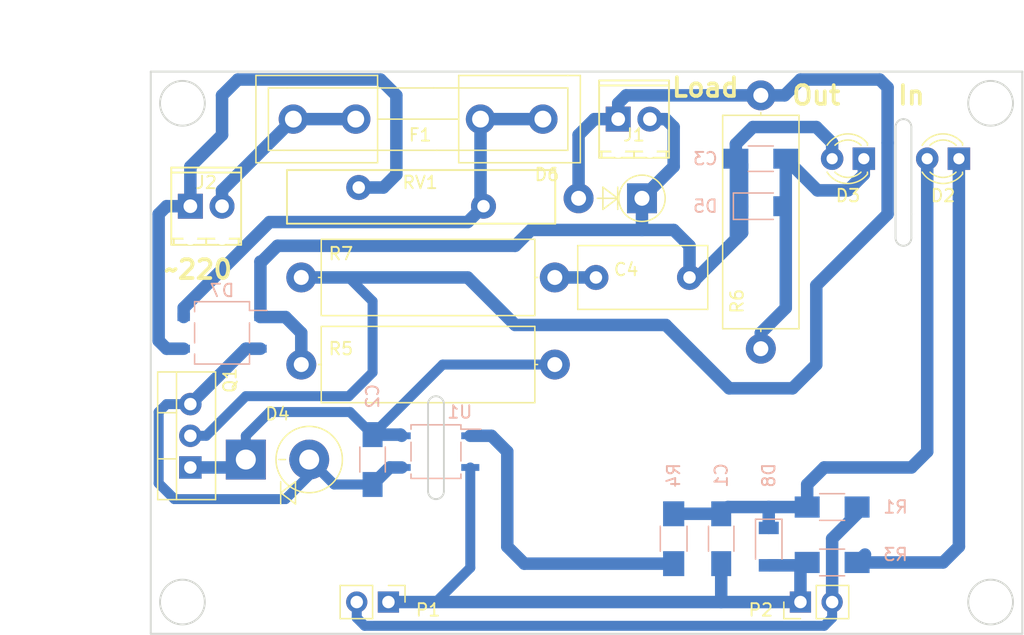
<source format=kicad_pcb>
(kicad_pcb (version 4) (host pcbnew 4.0.5)

  (general
    (links 43)
    (no_connects 0)
    (area 96.444999 78.029999 166.445001 123.265001)
    (thickness 1.6)
    (drawings 32)
    (tracks 180)
    (zones 0)
    (modules 25)
    (nets 15)
  )

  (page A4)
  (layers
    (0 F.Cu signal)
    (31 B.Cu signal)
    (32 B.Adhes user)
    (33 F.Adhes user)
    (34 B.Paste user)
    (35 F.Paste user)
    (36 B.SilkS user)
    (37 F.SilkS user)
    (38 B.Mask user)
    (39 F.Mask user)
    (40 Dwgs.User user)
    (41 Cmts.User user)
    (42 Eco1.User user)
    (43 Eco2.User user)
    (44 Edge.Cuts user)
    (45 Margin user)
    (46 B.CrtYd user)
    (47 F.CrtYd user)
    (48 B.Fab user)
    (49 F.Fab user)
  )

  (setup
    (last_trace_width 1)
    (user_trace_width 0.5)
    (user_trace_width 0.8)
    (user_trace_width 1)
    (trace_clearance 0.2)
    (zone_clearance 0.508)
    (zone_45_only no)
    (trace_min 0.2)
    (segment_width 0.2)
    (edge_width 0.15)
    (via_size 0.6)
    (via_drill 0.4)
    (via_min_size 0.4)
    (via_min_drill 0.3)
    (user_via 2 0.8)
    (uvia_size 0.3)
    (uvia_drill 0.1)
    (uvias_allowed no)
    (uvia_min_size 0.2)
    (uvia_min_drill 0.1)
    (pcb_text_width 0.3)
    (pcb_text_size 1.5 1.5)
    (mod_edge_width 0.15)
    (mod_text_size 1 1)
    (mod_text_width 0.15)
    (pad_size 1.524 1.524)
    (pad_drill 0.762)
    (pad_to_mask_clearance 0.2)
    (aux_axis_origin 0 0)
    (visible_elements 7FFFFFFF)
    (pcbplotparams
      (layerselection 0x00030_80000001)
      (usegerberextensions false)
      (excludeedgelayer true)
      (linewidth 0.100000)
      (plotframeref false)
      (viasonmask false)
      (mode 1)
      (useauxorigin false)
      (hpglpennumber 1)
      (hpglpenspeed 20)
      (hpglpendiameter 15)
      (hpglpenoverlay 2)
      (psnegative false)
      (psa4output false)
      (plotreference true)
      (plotvalue true)
      (plotinvisibletext false)
      (padsonsilk false)
      (subtractmaskfromsilk false)
      (outputformat 1)
      (mirror false)
      (drillshape 1)
      (scaleselection 1)
      (outputdirectory ""))
  )

  (net 0 "")
  (net 1 "Net-(C1-Pad1)")
  (net 2 "Net-(C1-Pad2)")
  (net 3 "Net-(C2-Pad1)")
  (net 4 "Net-(C2-Pad2)")
  (net 5 "Net-(C3-Pad1)")
  (net 6 "Net-(C3-Pad2)")
  (net 7 "Net-(C4-Pad2)")
  (net 8 "Net-(D2-Pad1)")
  (net 9 "Net-(D6-Pad2)")
  (net 10 "Net-(D7-Pad3)")
  (net 11 "Net-(D7-Pad4)")
  (net 12 "Net-(F1-Pad1)")
  (net 13 "Net-(R4-Pad1)")
  (net 14 "Net-(P1-Pad2)")

  (net_class Default "Это класс цепей по умолчанию."
    (clearance 0.2)
    (trace_width 0.25)
    (via_dia 0.6)
    (via_drill 0.4)
    (uvia_dia 0.3)
    (uvia_drill 0.1)
    (add_net "Net-(C1-Pad1)")
    (add_net "Net-(C1-Pad2)")
    (add_net "Net-(C2-Pad1)")
    (add_net "Net-(C2-Pad2)")
    (add_net "Net-(C3-Pad1)")
    (add_net "Net-(C3-Pad2)")
    (add_net "Net-(C4-Pad2)")
    (add_net "Net-(D2-Pad1)")
    (add_net "Net-(D6-Pad2)")
    (add_net "Net-(D7-Pad3)")
    (add_net "Net-(D7-Pad4)")
    (add_net "Net-(F1-Pad1)")
    (add_net "Net-(P1-Pad2)")
    (add_net "Net-(R4-Pad1)")
  )

  (net_class power ""
    (clearance 0.5)
    (trace_width 0.8)
    (via_dia 0.6)
    (via_drill 0.4)
    (uvia_dia 0.3)
    (uvia_drill 0.1)
  )

  (module Capacitors_SMD:C_1206_HandSoldering (layer B.Cu) (tedit 59F34AE9) (tstamp 59EFB14D)
    (at 142.24 115.57 270)
    (descr "Capacitor SMD 1206, hand soldering")
    (tags "capacitor 1206")
    (path /59EF8FE1)
    (attr smd)
    (fp_text reference C1 (at -5.08 0 270) (layer B.SilkS)
      (effects (font (size 1 1) (thickness 0.15)) (justify mirror))
    )
    (fp_text value 0,1 (at -5.08 0.635 270) (layer B.Fab)
      (effects (font (size 1 1) (thickness 0.15)) (justify mirror))
    )
    (fp_text user %R (at -5.08 -0.635 270) (layer B.Fab)
      (effects (font (size 1 1) (thickness 0.15)) (justify mirror))
    )
    (fp_line (start -1.6 -0.8) (end -1.6 0.8) (layer B.Fab) (width 0.1))
    (fp_line (start 1.6 -0.8) (end -1.6 -0.8) (layer B.Fab) (width 0.1))
    (fp_line (start 1.6 0.8) (end 1.6 -0.8) (layer B.Fab) (width 0.1))
    (fp_line (start -1.6 0.8) (end 1.6 0.8) (layer B.Fab) (width 0.1))
    (fp_line (start 1 1.02) (end -1 1.02) (layer B.SilkS) (width 0.12))
    (fp_line (start -1 -1.02) (end 1 -1.02) (layer B.SilkS) (width 0.12))
    (fp_line (start -3.25 1.05) (end 3.25 1.05) (layer B.CrtYd) (width 0.05))
    (fp_line (start -3.25 1.05) (end -3.25 -1.05) (layer B.CrtYd) (width 0.05))
    (fp_line (start 3.25 -1.05) (end 3.25 1.05) (layer B.CrtYd) (width 0.05))
    (fp_line (start 3.25 -1.05) (end -3.25 -1.05) (layer B.CrtYd) (width 0.05))
    (pad 1 smd rect (at -2 0 270) (size 2 1.6) (layers B.Cu B.Paste B.Mask)
      (net 1 "Net-(C1-Pad1)"))
    (pad 2 smd rect (at 2 0 270) (size 2 1.6) (layers B.Cu B.Paste B.Mask)
      (net 2 "Net-(C1-Pad2)"))
    (model Capacitors_SMD.3dshapes/C_1206.wrl
      (at (xyz 0 0 0))
      (scale (xyz 1 1 1))
      (rotate (xyz 0 0 0))
    )
  )

  (module Capacitors_SMD:C_1206_HandSoldering (layer B.Cu) (tedit 59F34ADF) (tstamp 59EFB153)
    (at 114.3 109.22 270)
    (descr "Capacitor SMD 1206, hand soldering")
    (tags "capacitor 1206")
    (path /59EF94AB)
    (attr smd)
    (fp_text reference C2 (at -5.08 0 270) (layer B.SilkS)
      (effects (font (size 1 1) (thickness 0.15)) (justify mirror))
    )
    (fp_text value 0,1 (at 0 0 270) (layer B.Fab)
      (effects (font (size 1 1) (thickness 0.15)) (justify mirror))
    )
    (fp_text user %R (at -3.81 0 270) (layer B.Fab)
      (effects (font (size 1 1) (thickness 0.15)) (justify mirror))
    )
    (fp_line (start -1.6 -0.8) (end -1.6 0.8) (layer B.Fab) (width 0.1))
    (fp_line (start 1.6 -0.8) (end -1.6 -0.8) (layer B.Fab) (width 0.1))
    (fp_line (start 1.6 0.8) (end 1.6 -0.8) (layer B.Fab) (width 0.1))
    (fp_line (start -1.6 0.8) (end 1.6 0.8) (layer B.Fab) (width 0.1))
    (fp_line (start 1 1.02) (end -1 1.02) (layer B.SilkS) (width 0.12))
    (fp_line (start -1 -1.02) (end 1 -1.02) (layer B.SilkS) (width 0.12))
    (fp_line (start -3.25 1.05) (end 3.25 1.05) (layer B.CrtYd) (width 0.05))
    (fp_line (start -3.25 1.05) (end -3.25 -1.05) (layer B.CrtYd) (width 0.05))
    (fp_line (start 3.25 -1.05) (end 3.25 1.05) (layer B.CrtYd) (width 0.05))
    (fp_line (start 3.25 -1.05) (end -3.25 -1.05) (layer B.CrtYd) (width 0.05))
    (pad 1 smd rect (at -2 0 270) (size 2 1.6) (layers B.Cu B.Paste B.Mask)
      (net 3 "Net-(C2-Pad1)"))
    (pad 2 smd rect (at 2 0 270) (size 2 1.6) (layers B.Cu B.Paste B.Mask)
      (net 4 "Net-(C2-Pad2)"))
    (model Capacitors_SMD.3dshapes/C_1206.wrl
      (at (xyz 0 0 0))
      (scale (xyz 1 1 1))
      (rotate (xyz 0 0 0))
    )
  )

  (module Capacitors_SMD:C_1206_HandSoldering (layer B.Cu) (tedit 59F34B02) (tstamp 59EFB159)
    (at 145.415 85.09)
    (descr "Capacitor SMD 1206, hand soldering")
    (tags "capacitor 1206")
    (path /59EF987A)
    (attr smd)
    (fp_text reference C3 (at -4.445 0) (layer B.SilkS)
      (effects (font (size 1 1) (thickness 0.15)) (justify mirror))
    )
    (fp_text value 0,1 (at -0.635 -2.54) (layer B.Fab)
      (effects (font (size 1 1) (thickness 0.15)) (justify mirror))
    )
    (fp_text user %R (at 1.905 -2.54) (layer B.Fab)
      (effects (font (size 1 1) (thickness 0.15)) (justify mirror))
    )
    (fp_line (start -1.6 -0.8) (end -1.6 0.8) (layer B.Fab) (width 0.1))
    (fp_line (start 1.6 -0.8) (end -1.6 -0.8) (layer B.Fab) (width 0.1))
    (fp_line (start 1.6 0.8) (end 1.6 -0.8) (layer B.Fab) (width 0.1))
    (fp_line (start -1.6 0.8) (end 1.6 0.8) (layer B.Fab) (width 0.1))
    (fp_line (start 1 1.02) (end -1 1.02) (layer B.SilkS) (width 0.12))
    (fp_line (start -1 -1.02) (end 1 -1.02) (layer B.SilkS) (width 0.12))
    (fp_line (start -3.25 1.05) (end 3.25 1.05) (layer B.CrtYd) (width 0.05))
    (fp_line (start -3.25 1.05) (end -3.25 -1.05) (layer B.CrtYd) (width 0.05))
    (fp_line (start 3.25 -1.05) (end 3.25 1.05) (layer B.CrtYd) (width 0.05))
    (fp_line (start 3.25 -1.05) (end -3.25 -1.05) (layer B.CrtYd) (width 0.05))
    (pad 1 smd rect (at -2 0) (size 2 1.6) (layers B.Cu B.Paste B.Mask)
      (net 5 "Net-(C3-Pad1)"))
    (pad 2 smd rect (at 2 0) (size 2 1.6) (layers B.Cu B.Paste B.Mask)
      (net 6 "Net-(C3-Pad2)"))
    (model Capacitors_SMD.3dshapes/C_1206.wrl
      (at (xyz 0 0 0))
      (scale (xyz 1 1 1))
      (rotate (xyz 0 0 0))
    )
  )

  (module Capacitors_THT:C_Rect_L10.3mm_W5.0mm_P7.50mm_MKS4 (layer F.Cu) (tedit 59F34A37) (tstamp 59EFB15F)
    (at 139.7 94.615 180)
    (descr "C, Rect series, Radial, pin pitch=7.50mm, , length*width=10.3*5mm^2, Capacitor, http://www.wima.com/EN/WIMA_MKS_4.pdf")
    (tags "C Rect series Radial pin pitch 7.50mm  length 10.3mm width 5mm Capacitor")
    (path /59EF98D3)
    (fp_text reference C4 (at 5.08 0.635 180) (layer F.SilkS)
      (effects (font (size 1 1) (thickness 0.15)))
    )
    (fp_text value "0,1 400v" (at 3.175 -1.27 180) (layer F.Fab)
      (effects (font (size 1 1) (thickness 0.15)))
    )
    (fp_line (start -1.4 -2.5) (end -1.4 2.5) (layer F.Fab) (width 0.1))
    (fp_line (start -1.4 2.5) (end 8.9 2.5) (layer F.Fab) (width 0.1))
    (fp_line (start 8.9 2.5) (end 8.9 -2.5) (layer F.Fab) (width 0.1))
    (fp_line (start 8.9 -2.5) (end -1.4 -2.5) (layer F.Fab) (width 0.1))
    (fp_line (start -1.46 -2.56) (end 8.96 -2.56) (layer F.SilkS) (width 0.12))
    (fp_line (start -1.46 2.56) (end 8.96 2.56) (layer F.SilkS) (width 0.12))
    (fp_line (start -1.46 -2.56) (end -1.46 2.56) (layer F.SilkS) (width 0.12))
    (fp_line (start 8.96 -2.56) (end 8.96 2.56) (layer F.SilkS) (width 0.12))
    (fp_line (start -1.75 -2.85) (end -1.75 2.85) (layer F.CrtYd) (width 0.05))
    (fp_line (start -1.75 2.85) (end 9.25 2.85) (layer F.CrtYd) (width 0.05))
    (fp_line (start 9.25 2.85) (end 9.25 -2.85) (layer F.CrtYd) (width 0.05))
    (fp_line (start 9.25 -2.85) (end -1.75 -2.85) (layer F.CrtYd) (width 0.05))
    (fp_text user %R (at 3.75 0 180) (layer F.Fab)
      (effects (font (size 1 1) (thickness 0.15)))
    )
    (pad 1 thru_hole circle (at 0 0 180) (size 2 2) (drill 1) (layers *.Cu *.Mask)
      (net 5 "Net-(C3-Pad1)"))
    (pad 2 thru_hole circle (at 7.5 0 180) (size 2 2) (drill 1) (layers *.Cu *.Mask)
      (net 7 "Net-(C4-Pad2)"))
    (model ${KISYS3DMOD}/Capacitors_THT.3dshapes/C_Rect_L10.3mm_W5.0mm_P7.50mm_MKS4.wrl
      (at (xyz 0 0 0))
      (scale (xyz 1 1 1))
      (rotate (xyz 0 0 0))
    )
  )

  (module LEDs:LED_D3.0mm (layer F.Cu) (tedit 587A3A7B) (tstamp 59EFB16D)
    (at 161.29 85.09 180)
    (descr "LED, diameter 3.0mm, 2 pins")
    (tags "LED diameter 3.0mm 2 pins")
    (path /59EF8D3B)
    (fp_text reference D2 (at 1.27 -2.96 180) (layer F.SilkS)
      (effects (font (size 1 1) (thickness 0.15)))
    )
    (fp_text value LED (at 1.27 2.96 180) (layer F.Fab)
      (effects (font (size 1 1) (thickness 0.15)))
    )
    (fp_arc (start 1.27 0) (end -0.23 -1.16619) (angle 284.3) (layer F.Fab) (width 0.1))
    (fp_arc (start 1.27 0) (end -0.29 -1.235516) (angle 108.8) (layer F.SilkS) (width 0.12))
    (fp_arc (start 1.27 0) (end -0.29 1.235516) (angle -108.8) (layer F.SilkS) (width 0.12))
    (fp_arc (start 1.27 0) (end 0.229039 -1.08) (angle 87.9) (layer F.SilkS) (width 0.12))
    (fp_arc (start 1.27 0) (end 0.229039 1.08) (angle -87.9) (layer F.SilkS) (width 0.12))
    (fp_circle (center 1.27 0) (end 2.77 0) (layer F.Fab) (width 0.1))
    (fp_line (start -0.23 -1.16619) (end -0.23 1.16619) (layer F.Fab) (width 0.1))
    (fp_line (start -0.29 -1.236) (end -0.29 -1.08) (layer F.SilkS) (width 0.12))
    (fp_line (start -0.29 1.08) (end -0.29 1.236) (layer F.SilkS) (width 0.12))
    (fp_line (start -1.15 -2.25) (end -1.15 2.25) (layer F.CrtYd) (width 0.05))
    (fp_line (start -1.15 2.25) (end 3.7 2.25) (layer F.CrtYd) (width 0.05))
    (fp_line (start 3.7 2.25) (end 3.7 -2.25) (layer F.CrtYd) (width 0.05))
    (fp_line (start 3.7 -2.25) (end -1.15 -2.25) (layer F.CrtYd) (width 0.05))
    (pad 1 thru_hole rect (at 0 0 180) (size 1.8 1.8) (drill 0.9) (layers *.Cu *.Mask)
      (net 8 "Net-(D2-Pad1)"))
    (pad 2 thru_hole circle (at 2.54 0 180) (size 1.8 1.8) (drill 0.9) (layers *.Cu *.Mask)
      (net 1 "Net-(C1-Pad1)"))
    (model ${KISYS3DMOD}/LEDs.3dshapes/LED_D3.0mm.wrl
      (at (xyz 0 0 0))
      (scale (xyz 0.393701 0.393701 0.393701))
      (rotate (xyz 0 0 0))
    )
  )

  (module LEDs:LED_D3.0mm (layer F.Cu) (tedit 587A3A7B) (tstamp 59EFB173)
    (at 153.67 85.09 180)
    (descr "LED, diameter 3.0mm, 2 pins")
    (tags "LED diameter 3.0mm 2 pins")
    (path /59EF99DE)
    (fp_text reference D3 (at 1.27 -2.96 180) (layer F.SilkS)
      (effects (font (size 1 1) (thickness 0.15)))
    )
    (fp_text value LED (at 1.27 2.96 180) (layer F.Fab)
      (effects (font (size 1 1) (thickness 0.15)))
    )
    (fp_arc (start 1.27 0) (end -0.23 -1.16619) (angle 284.3) (layer F.Fab) (width 0.1))
    (fp_arc (start 1.27 0) (end -0.29 -1.235516) (angle 108.8) (layer F.SilkS) (width 0.12))
    (fp_arc (start 1.27 0) (end -0.29 1.235516) (angle -108.8) (layer F.SilkS) (width 0.12))
    (fp_arc (start 1.27 0) (end 0.229039 -1.08) (angle 87.9) (layer F.SilkS) (width 0.12))
    (fp_arc (start 1.27 0) (end 0.229039 1.08) (angle -87.9) (layer F.SilkS) (width 0.12))
    (fp_circle (center 1.27 0) (end 2.77 0) (layer F.Fab) (width 0.1))
    (fp_line (start -0.23 -1.16619) (end -0.23 1.16619) (layer F.Fab) (width 0.1))
    (fp_line (start -0.29 -1.236) (end -0.29 -1.08) (layer F.SilkS) (width 0.12))
    (fp_line (start -0.29 1.08) (end -0.29 1.236) (layer F.SilkS) (width 0.12))
    (fp_line (start -1.15 -2.25) (end -1.15 2.25) (layer F.CrtYd) (width 0.05))
    (fp_line (start -1.15 2.25) (end 3.7 2.25) (layer F.CrtYd) (width 0.05))
    (fp_line (start 3.7 2.25) (end 3.7 -2.25) (layer F.CrtYd) (width 0.05))
    (fp_line (start 3.7 -2.25) (end -1.15 -2.25) (layer F.CrtYd) (width 0.05))
    (pad 1 thru_hole rect (at 0 0 180) (size 1.8 1.8) (drill 0.9) (layers *.Cu *.Mask)
      (net 6 "Net-(C3-Pad2)"))
    (pad 2 thru_hole circle (at 2.54 0 180) (size 1.8 1.8) (drill 0.9) (layers *.Cu *.Mask)
      (net 5 "Net-(C3-Pad1)"))
    (model ${KISYS3DMOD}/LEDs.3dshapes/LED_D3.0mm.wrl
      (at (xyz 0 0 0))
      (scale (xyz 0.393701 0.393701 0.393701))
      (rotate (xyz 0 0 0))
    )
  )

  (module Diodes_THT:D_DO-201AD_P5.08mm_Vertical_KathodeUp (layer F.Cu) (tedit 59EFBA57) (tstamp 59EFB179)
    (at 104.14 109.22)
    (descr "D, DO-201AD series, Axial, Vertical, pin pitch=5.08mm, , length*diameter=9.5*5.2mm^2, , http://www.diodes.com/_files/packages/DO-201AD.pdf")
    (tags "D DO-201AD series Axial Vertical pin pitch 5.08mm  length 9.5mm diameter 5.2mm")
    (path /59EF950A)
    (fp_text reference D4 (at 2.54 -3.66) (layer F.SilkS)
      (effects (font (size 1 1) (thickness 0.15)))
    )
    (fp_text value "7,5v 1500a" (at 3.175 -2.54) (layer F.Fab)
      (effects (font (size 1 1) (thickness 0.15)))
    )
    (fp_text user K (at -2.3 0) (layer F.Fab)
      (effects (font (size 1 1) (thickness 0.15)))
    )
    (fp_text user %R (at 2.54 0) (layer F.Fab)
      (effects (font (size 1 1) (thickness 0.15)))
    )
    (fp_line (start 0 0) (end 5.08 0) (layer F.Fab) (width 0.1))
    (fp_line (start 2.66 0) (end 3.18 0) (layer F.SilkS) (width 0.12))
    (fp_line (start 2.794 1.78) (end 2.794 3.558) (layer F.SilkS) (width 0.12))
    (fp_line (start 2.794 2.669) (end 3.979333 1.78) (layer F.SilkS) (width 0.12))
    (fp_line (start 3.979333 1.78) (end 3.979333 3.558) (layer F.SilkS) (width 0.12))
    (fp_line (start 3.979333 3.558) (end 2.794 2.669) (layer F.SilkS) (width 0.12))
    (fp_line (start -1.95 -2.95) (end -1.95 2.95) (layer F.CrtYd) (width 0.05))
    (fp_line (start -1.95 2.95) (end 8 2.95) (layer F.CrtYd) (width 0.05))
    (fp_line (start 8 2.95) (end 8 -2.95) (layer F.CrtYd) (width 0.05))
    (fp_line (start 8 -2.95) (end -1.95 -2.95) (layer F.CrtYd) (width 0.05))
    (fp_circle (center 5.08 0) (end 7.68 0) (layer F.Fab) (width 0.1))
    (fp_circle (center 5.08 0) (end 7.74 0) (layer F.SilkS) (width 0.12))
    (pad 1 thru_hole rect (at 0 0) (size 3.2 3.2) (drill 1.6) (layers *.Cu *.Mask)
      (net 3 "Net-(C2-Pad1)"))
    (pad 2 thru_hole oval (at 5.08 0) (size 3.2 3.2) (drill 1.6) (layers *.Cu *.Mask)
      (net 4 "Net-(C2-Pad2)"))
    (model ${KISYS3DMOD}/Diodes_THT.3dshapes/D_DO-201AD_P5.08mm_Vertical_KathodeUp.wrl
      (at (xyz 0 0 0))
      (scale (xyz 0.393701 0.393701 0.393701))
      (rotate (xyz 0 0 0))
    )
  )

  (module Diodes_SMD:D_1206 (layer B.Cu) (tedit 59F34AFE) (tstamp 59EFB17F)
    (at 145.415 88.9)
    (descr "Diode SMD 1206, reflow soldering http://datasheets.avx.com/schottky.pdf")
    (tags "Diode 1206")
    (path /59EFA527)
    (attr smd)
    (fp_text reference D5 (at -4.445 0) (layer B.SilkS)
      (effects (font (size 1 1) (thickness 0.15)) (justify mirror))
    )
    (fp_text value 5v6 (at -0.635 3.81) (layer B.Fab)
      (effects (font (size 1 1) (thickness 0.15)) (justify mirror))
    )
    (fp_text user %R (at 0 1.8) (layer B.Fab)
      (effects (font (size 1 1) (thickness 0.15)) (justify mirror))
    )
    (fp_line (start -0.254 0.254) (end -0.254 -0.254) (layer B.Fab) (width 0.1))
    (fp_line (start 0.127 0) (end 0.381 0) (layer B.Fab) (width 0.1))
    (fp_line (start -0.254 0) (end -0.508 0) (layer B.Fab) (width 0.1))
    (fp_line (start 0.127 -0.254) (end -0.254 0) (layer B.Fab) (width 0.1))
    (fp_line (start 0.127 0.254) (end 0.127 -0.254) (layer B.Fab) (width 0.1))
    (fp_line (start -0.254 0) (end 0.127 0.254) (layer B.Fab) (width 0.1))
    (fp_line (start -2.2 1.06) (end -2.2 -1.06) (layer B.SilkS) (width 0.12))
    (fp_line (start -1.7 -0.95) (end -1.7 0.95) (layer B.Fab) (width 0.1))
    (fp_line (start 1.7 -0.95) (end -1.7 -0.95) (layer B.Fab) (width 0.1))
    (fp_line (start 1.7 0.95) (end 1.7 -0.95) (layer B.Fab) (width 0.1))
    (fp_line (start -1.7 0.95) (end 1.7 0.95) (layer B.Fab) (width 0.1))
    (fp_line (start -2.3 1.16) (end 2.3 1.16) (layer B.CrtYd) (width 0.05))
    (fp_line (start -2.3 -1.16) (end 2.3 -1.16) (layer B.CrtYd) (width 0.05))
    (fp_line (start -2.3 1.16) (end -2.3 -1.16) (layer B.CrtYd) (width 0.05))
    (fp_line (start 2.3 1.16) (end 2.3 -1.16) (layer B.CrtYd) (width 0.05))
    (fp_line (start 1 1.06) (end -2.2 1.06) (layer B.SilkS) (width 0.12))
    (fp_line (start -2.2 -1.06) (end 1 -1.06) (layer B.SilkS) (width 0.12))
    (pad 1 smd rect (at -1.5 0) (size 1 1.6) (layers B.Cu B.Paste B.Mask)
      (net 5 "Net-(C3-Pad1)"))
    (pad 2 smd rect (at 1.5 0) (size 1 1.6) (layers B.Cu B.Paste B.Mask)
      (net 6 "Net-(C3-Pad2)"))
    (model ${KISYS3DMOD}/Diodes_SMD.3dshapes/D_1206.wrl
      (at (xyz 0 0 0))
      (scale (xyz 1 1 1))
      (rotate (xyz 0 0 0))
    )
  )

  (module Diodes_THT:D_DO-15_P5.08mm_Vertical_AnodeUp (layer F.Cu) (tedit 59F349AB) (tstamp 59EFB185)
    (at 135.89 88.265 180)
    (descr "D, DO-15 series, Axial, Vertical, pin pitch=5.08mm, , length*diameter=7.6*3.6mm^2, , http://www.diodes.com/_files/packages/DO-15.pdf")
    (tags "D DO-15 series Axial Vertical pin pitch 5.08mm  length 7.6mm diameter 3.6mm")
    (path /59EF97B0)
    (fp_text reference D6 (at 7.62 1.905 180) (layer F.SilkS)
      (effects (font (size 1 1) (thickness 0.15)))
    )
    (fp_text value RL206 (at 2.54 2.86 180) (layer F.Fab)
      (effects (font (size 1 1) (thickness 0.15)))
    )
    (fp_text user K (at -2.56 0 180) (layer F.Fab)
      (effects (font (size 1 1) (thickness 0.15)))
    )
    (fp_text user %R (at 2.54 0 180) (layer F.Fab)
      (effects (font (size 1 1) (thickness 0.15)))
    )
    (fp_line (start 0 0) (end 5.08 0) (layer F.Fab) (width 0.1))
    (fp_line (start 1.86 0) (end 3.58 0) (layer F.SilkS) (width 0.12))
    (fp_line (start 1.947333 -0.889) (end 1.947333 0.889) (layer F.SilkS) (width 0.12))
    (fp_line (start 1.947333 0) (end 3.132667 -0.889) (layer F.SilkS) (width 0.12))
    (fp_line (start 3.132667 -0.889) (end 3.132667 0.889) (layer F.SilkS) (width 0.12))
    (fp_line (start 3.132667 0.889) (end 1.947333 0) (layer F.SilkS) (width 0.12))
    (fp_line (start -2.15 -2.15) (end -2.15 2.15) (layer F.CrtYd) (width 0.05))
    (fp_line (start -2.15 2.15) (end 6.6 2.15) (layer F.CrtYd) (width 0.05))
    (fp_line (start 6.6 2.15) (end 6.6 -2.15) (layer F.CrtYd) (width 0.05))
    (fp_line (start 6.6 -2.15) (end -2.15 -2.15) (layer F.CrtYd) (width 0.05))
    (fp_circle (center 0 0) (end 1.8 0) (layer F.Fab) (width 0.1))
    (fp_circle (center 0 0) (end 1.86 0) (layer F.SilkS) (width 0.12))
    (pad 1 thru_hole rect (at 0 0 180) (size 2.4 2.4) (drill 1.2) (layers *.Cu *.Mask)
      (net 5 "Net-(C3-Pad1)"))
    (pad 2 thru_hole oval (at 5.08 0 180) (size 2.4 2.4) (drill 1.2) (layers *.Cu *.Mask)
      (net 9 "Net-(D6-Pad2)"))
    (model ${KISYS3DMOD}/Diodes_THT.3dshapes/D_DO-15_P5.08mm_Vertical_AnodeUp.wrl
      (at (xyz 0 0 0))
      (scale (xyz 0.393701 0.393701 0.393701))
      (rotate (xyz 0 0 0))
    )
  )

  (module Diodes_SMD:Diode_Bridge_TO-269AA (layer B.Cu) (tedit 59362E8E) (tstamp 59EFB18D)
    (at 102.235 99.06 180)
    (descr "SMD diode bridge TO-269AA (MBS), see http://www.vishay.com/docs/88854/padlayouts.pdf")
    (tags "TO-269AA MBS")
    (path /59EFBBD9)
    (attr smd)
    (fp_text reference D7 (at 0 3.4 180) (layer B.SilkS)
      (effects (font (size 1 1) (thickness 0.15)) (justify mirror))
    )
    (fp_text value MB6S (at 0 -3.5 180) (layer B.Fab)
      (effects (font (size 1 1) (thickness 0.15)) (justify mirror))
    )
    (fp_line (start -2.2 2.5) (end -2.2 1.8) (layer B.SilkS) (width 0.12))
    (fp_line (start -2.2 1.8) (end -3.6 1.8) (layer B.SilkS) (width 0.12))
    (fp_text user %R (at 0 0.065 180) (layer B.Fab)
      (effects (font (size 1 1) (thickness 0.15)) (justify mirror))
    )
    (fp_line (start 2.2 0.8) (end 2.2 -0.8) (layer B.SilkS) (width 0.12))
    (fp_line (start -2.2 0.8) (end -2.2 -0.8) (layer B.SilkS) (width 0.12))
    (fp_line (start 2.2 1.7) (end 2.2 2.5) (layer B.SilkS) (width 0.12))
    (fp_line (start 2.2 2.5) (end -2.2 2.5) (layer B.SilkS) (width 0.12))
    (fp_line (start 2.2 -1.7) (end 2.2 -2.5) (layer B.SilkS) (width 0.12))
    (fp_line (start 2.2 -2.5) (end -2.2 -2.5) (layer B.SilkS) (width 0.12))
    (fp_line (start -2.2 -2.5) (end -2.2 -1.7) (layer B.SilkS) (width 0.12))
    (fp_line (start 2.05 2.4) (end 2.05 -2.4) (layer B.Fab) (width 0.12))
    (fp_line (start 2.05 -2.4) (end -2.05 -2.4) (layer B.Fab) (width 0.12))
    (fp_line (start -2.05 -2.4) (end -2.05 1.7) (layer B.Fab) (width 0.12))
    (fp_line (start -2.05 1.7) (end -1.35 2.4) (layer B.Fab) (width 0.12))
    (fp_line (start -1.35 2.4) (end 2.05 2.4) (layer B.Fab) (width 0.12))
    (fp_line (start -3.82 2.65) (end 3.83 2.65) (layer B.CrtYd) (width 0.05))
    (fp_line (start -3.82 2.65) (end -3.82 -2.65) (layer B.CrtYd) (width 0.05))
    (fp_line (start 3.83 -2.65) (end 3.83 2.65) (layer B.CrtYd) (width 0.05))
    (fp_line (start 3.83 -2.65) (end -3.82 -2.65) (layer B.CrtYd) (width 0.05))
    (pad 1 smd rect (at -3.075 1.27 180) (size 1 0.64) (layers B.Cu B.Paste B.Mask)
      (net 5 "Net-(C3-Pad1)"))
    (pad 2 smd rect (at -3.075 -1.27 180) (size 1 0.64) (layers B.Cu B.Paste B.Mask)
      (net 4 "Net-(C2-Pad2)"))
    (pad 3 smd rect (at 3.075 -1.27 180) (size 1 0.64) (layers B.Cu B.Paste B.Mask)
      (net 10 "Net-(D7-Pad3)"))
    (pad 4 smd rect (at 3.075 1.27 180) (size 1 0.64) (layers B.Cu B.Paste B.Mask)
      (net 11 "Net-(D7-Pad4)"))
    (model ${KISYS3DMOD}/Diodes_SMD.3dshapes/Diode_Bridge_TO-269AA.wrl
      (at (xyz 0 0.0005910000000000001 0))
      (scale (xyz 1 1 1))
      (rotate (xyz 0 0 0))
    )
  )

  (module Diodes_SMD:D_1206 (layer B.Cu) (tedit 59F34AEC) (tstamp 59EFB193)
    (at 146.05 116.205 270)
    (descr "Diode SMD 1206, reflow soldering http://datasheets.avx.com/schottky.pdf")
    (tags "Diode 1206")
    (path /59EF8CF6)
    (attr smd)
    (fp_text reference D8 (at -5.715 0 270) (layer B.SilkS)
      (effects (font (size 1 1) (thickness 0.15)) (justify mirror))
    )
    (fp_text value 5v6 (at -5.715 0.635 270) (layer B.Fab)
      (effects (font (size 1 1) (thickness 0.15)) (justify mirror))
    )
    (fp_text user %R (at -5.715 -0.635 270) (layer B.Fab)
      (effects (font (size 1 1) (thickness 0.15)) (justify mirror))
    )
    (fp_line (start -0.254 0.254) (end -0.254 -0.254) (layer B.Fab) (width 0.1))
    (fp_line (start 0.127 0) (end 0.381 0) (layer B.Fab) (width 0.1))
    (fp_line (start -0.254 0) (end -0.508 0) (layer B.Fab) (width 0.1))
    (fp_line (start 0.127 -0.254) (end -0.254 0) (layer B.Fab) (width 0.1))
    (fp_line (start 0.127 0.254) (end 0.127 -0.254) (layer B.Fab) (width 0.1))
    (fp_line (start -0.254 0) (end 0.127 0.254) (layer B.Fab) (width 0.1))
    (fp_line (start -2.2 1.06) (end -2.2 -1.06) (layer B.SilkS) (width 0.12))
    (fp_line (start -1.7 -0.95) (end -1.7 0.95) (layer B.Fab) (width 0.1))
    (fp_line (start 1.7 -0.95) (end -1.7 -0.95) (layer B.Fab) (width 0.1))
    (fp_line (start 1.7 0.95) (end 1.7 -0.95) (layer B.Fab) (width 0.1))
    (fp_line (start -1.7 0.95) (end 1.7 0.95) (layer B.Fab) (width 0.1))
    (fp_line (start -2.3 1.16) (end 2.3 1.16) (layer B.CrtYd) (width 0.05))
    (fp_line (start -2.3 -1.16) (end 2.3 -1.16) (layer B.CrtYd) (width 0.05))
    (fp_line (start -2.3 1.16) (end -2.3 -1.16) (layer B.CrtYd) (width 0.05))
    (fp_line (start 2.3 1.16) (end 2.3 -1.16) (layer B.CrtYd) (width 0.05))
    (fp_line (start 1 1.06) (end -2.2 1.06) (layer B.SilkS) (width 0.12))
    (fp_line (start -2.2 -1.06) (end 1 -1.06) (layer B.SilkS) (width 0.12))
    (pad 1 smd rect (at -1.5 0 270) (size 1 1.6) (layers B.Cu B.Paste B.Mask)
      (net 1 "Net-(C1-Pad1)"))
    (pad 2 smd rect (at 1.5 0 270) (size 1 1.6) (layers B.Cu B.Paste B.Mask)
      (net 2 "Net-(C1-Pad2)"))
    (model ${KISYS3DMOD}/Diodes_SMD.3dshapes/D_1206.wrl
      (at (xyz 0 0 0))
      (scale (xyz 1 1 1))
      (rotate (xyz 0 0 0))
    )
  )

  (module Fuse_Holders_and_Fuses:Fuseholder5x20_horiz_open_inline_Type-I (layer F.Cu) (tedit 59F34788) (tstamp 59EFB19B)
    (at 107.95 81.915)
    (descr "Fuseholder, 5x20, open, horizontal, Type-I, Inline,")
    (tags "Fuseholder 5x20 open horizontal Type-I Inline Sicherungshalter offen ")
    (path /59EF9FEC)
    (fp_text reference F1 (at 10.16 1.27) (layer F.SilkS)
      (effects (font (size 1 1) (thickness 0.15)))
    )
    (fp_text value 0,5A (at 10.16 -1.27) (layer F.Fab)
      (effects (font (size 1 1) (thickness 0.15)))
    )
    (fp_line (start 5 0) (end 15 0) (layer F.Fab) (width 0.1))
    (fp_line (start -2 -2.5) (end 22 -2.5) (layer F.Fab) (width 0.1))
    (fp_line (start 22 -2.5) (end 22 2.5) (layer F.Fab) (width 0.1))
    (fp_line (start 22 2.5) (end -2 2.5) (layer F.Fab) (width 0.1))
    (fp_line (start -2 2.5) (end -2 -2.5) (layer F.Fab) (width 0.1))
    (fp_line (start 13.35 -3.4) (end 13.35 3.4) (layer F.Fab) (width 0.1))
    (fp_line (start 13.35 3.4) (end 22.9 3.4) (layer F.Fab) (width 0.1))
    (fp_line (start 22.9 3.4) (end 22.9 -3.4) (layer F.Fab) (width 0.1))
    (fp_line (start 22.9 -3.4) (end 13.35 -3.4) (layer F.Fab) (width 0.1))
    (fp_line (start -2.95 -3.4) (end 6.65 -3.4) (layer F.Fab) (width 0.1))
    (fp_line (start 6.65 -3.4) (end 6.65 3.4) (layer F.Fab) (width 0.1))
    (fp_line (start 6.65 3.4) (end -2.9 3.4) (layer F.Fab) (width 0.1))
    (fp_line (start -2.9 3.4) (end -2.9 -3.4) (layer F.Fab) (width 0.1))
    (fp_line (start 13.25 0) (end 6.75 0) (layer F.SilkS) (width 0.12))
    (fp_line (start 13.25 -3.5) (end 13.25 3.5) (layer F.SilkS) (width 0.12))
    (fp_line (start 22 3.5) (end 13.25 3.5) (layer F.SilkS) (width 0.12))
    (fp_line (start 22 -3.5) (end 13.25 -3.5) (layer F.SilkS) (width 0.12))
    (fp_line (start -0.75 2.5) (end -2 2.5) (layer F.SilkS) (width 0.12))
    (fp_line (start -0.5 -2.5) (end -2 -2.5) (layer F.SilkS) (width 0.12))
    (fp_line (start 11.5 2.5) (end -0.75 2.5) (layer F.SilkS) (width 0.12))
    (fp_line (start 11.25 -2.5) (end -0.5 -2.5) (layer F.SilkS) (width 0.12))
    (fp_line (start 22 2.5) (end 11.5 2.5) (layer F.SilkS) (width 0.12))
    (fp_line (start 22 -2.5) (end 11.25 -2.5) (layer F.SilkS) (width 0.12))
    (fp_line (start 22 -2.5) (end 22 2.5) (layer F.SilkS) (width 0.12))
    (fp_line (start 23 -3.5) (end 22 -3.5) (layer F.SilkS) (width 0.12))
    (fp_line (start 23 -3.5) (end 23 3.5) (layer F.SilkS) (width 0.12))
    (fp_line (start 23 3.5) (end 22 3.5) (layer F.SilkS) (width 0.12))
    (fp_line (start -2 -2.5) (end -2 2.5) (layer F.SilkS) (width 0.12))
    (fp_line (start 6.75 -3.5) (end -3 -3.5) (layer F.SilkS) (width 0.12))
    (fp_line (start -3 -3.5) (end -3 3.5) (layer F.SilkS) (width 0.12))
    (fp_line (start 6.75 3.5) (end -3 3.5) (layer F.SilkS) (width 0.12))
    (fp_line (start 6.75 -3.5) (end 6.75 3.5) (layer F.SilkS) (width 0.12))
    (fp_line (start -3.2 -3.65) (end 23.15 -3.65) (layer F.CrtYd) (width 0.05))
    (fp_line (start -3.2 -3.65) (end -3.2 3.65) (layer F.CrtYd) (width 0.05))
    (fp_line (start 23.15 3.65) (end 23.15 -3.65) (layer F.CrtYd) (width 0.05))
    (fp_line (start 23.15 3.65) (end -3.2 3.65) (layer F.CrtYd) (width 0.05))
    (pad 2 thru_hole circle (at 15 0) (size 2.35 2.35) (drill 1.35) (layers *.Cu *.Mask)
      (net 11 "Net-(D7-Pad4)"))
    (pad 2 thru_hole circle (at 20 0) (size 2.35 2.35) (drill 1.35) (layers *.Cu *.Mask)
      (net 11 "Net-(D7-Pad4)"))
    (pad 1 thru_hole circle (at 5 0) (size 2.35 2.35) (drill 1.35) (layers *.Cu *.Mask)
      (net 12 "Net-(F1-Pad1)"))
    (pad 1 thru_hole circle (at 0 0) (size 2.35 2.35) (drill 1.35) (layers *.Cu *.Mask)
      (net 12 "Net-(F1-Pad1)"))
  )

  (module Connectors_Terminal_Blocks:TerminalBlock_Pheonix_MPT-2.54mm_2pol (layer F.Cu) (tedit 59F3485B) (tstamp 59EFB1A3)
    (at 133.985 81.915)
    (descr "2-way 2.54mm pitch terminal block, Phoenix MPT series")
    (path /59EF9C8C)
    (fp_text reference J1 (at 1.27 1.27) (layer F.SilkS)
      (effects (font (size 1 1) (thickness 0.15)))
    )
    (fp_text value "DC Load" (at 1.27 -2.54) (layer F.Fab)
      (effects (font (size 1 1) (thickness 0.15)))
    )
    (fp_line (start -1.7 -3.3) (end 4.3 -3.3) (layer F.CrtYd) (width 0.05))
    (fp_line (start -1.7 3.3) (end -1.7 -3.3) (layer F.CrtYd) (width 0.05))
    (fp_line (start 4.3 3.3) (end -1.7 3.3) (layer F.CrtYd) (width 0.05))
    (fp_line (start 4.3 -3.3) (end 4.3 3.3) (layer F.CrtYd) (width 0.05))
    (fp_line (start 4.06908 2.60096) (end -1.52908 2.60096) (layer F.SilkS) (width 0.15))
    (fp_line (start -1.33096 3.0988) (end -1.33096 2.60096) (layer F.SilkS) (width 0.15))
    (fp_line (start 3.87096 2.60096) (end 3.87096 3.0988) (layer F.SilkS) (width 0.15))
    (fp_line (start 1.27 3.0988) (end 1.27 2.60096) (layer F.SilkS) (width 0.15))
    (fp_line (start -1.52908 -2.70002) (end 4.06908 -2.70002) (layer F.SilkS) (width 0.15))
    (fp_line (start -1.52908 3.0988) (end 4.06908 3.0988) (layer F.SilkS) (width 0.15))
    (fp_line (start 4.06908 3.0988) (end 4.06908 -3.0988) (layer F.SilkS) (width 0.15))
    (fp_line (start 4.06908 -3.0988) (end -1.52908 -3.0988) (layer F.SilkS) (width 0.15))
    (fp_line (start -1.52908 -3.0988) (end -1.52908 3.0988) (layer F.SilkS) (width 0.15))
    (pad 2 thru_hole oval (at 2.54 0) (size 1.99898 1.99898) (drill 1.09728) (layers *.Cu *.Mask)
      (net 5 "Net-(C3-Pad1)"))
    (pad 1 thru_hole rect (at 0 0) (size 1.99898 1.99898) (drill 1.09728) (layers *.Cu *.Mask)
      (net 9 "Net-(D6-Pad2)"))
    (pad "" np_thru_hole circle (at 0 2.54) (size 1.1 1.1) (drill 1.1) (layers *.Cu *.Mask))
    (pad "" np_thru_hole circle (at 2.54 2.54) (size 1.1 1.1) (drill 1.1) (layers *.Cu *.Mask))
    (model Terminal_Blocks.3dshapes/TerminalBlock_Pheonix_MPT-2.54mm_2pol.wrl
      (at (xyz 0.05 0 0))
      (scale (xyz 1 1 1))
      (rotate (xyz 0 0 0))
    )
  )

  (module Connectors_Terminal_Blocks:TerminalBlock_Pheonix_MPT-2.54mm_2pol (layer F.Cu) (tedit 59F347CA) (tstamp 59EFB1AB)
    (at 99.695 88.9)
    (descr "2-way 2.54mm pitch terminal block, Phoenix MPT series")
    (path /59EF9D6C)
    (fp_text reference J2 (at 1.27 -1.905) (layer F.SilkS)
      (effects (font (size 1 1) (thickness 0.15)))
    )
    (fp_text value AC220 (at 1.27 -2.54) (layer F.Fab)
      (effects (font (size 1 1) (thickness 0.15)))
    )
    (fp_line (start -1.7 -3.3) (end 4.3 -3.3) (layer F.CrtYd) (width 0.05))
    (fp_line (start -1.7 3.3) (end -1.7 -3.3) (layer F.CrtYd) (width 0.05))
    (fp_line (start 4.3 3.3) (end -1.7 3.3) (layer F.CrtYd) (width 0.05))
    (fp_line (start 4.3 -3.3) (end 4.3 3.3) (layer F.CrtYd) (width 0.05))
    (fp_line (start 4.06908 2.60096) (end -1.52908 2.60096) (layer F.SilkS) (width 0.15))
    (fp_line (start -1.33096 3.0988) (end -1.33096 2.60096) (layer F.SilkS) (width 0.15))
    (fp_line (start 3.87096 2.60096) (end 3.87096 3.0988) (layer F.SilkS) (width 0.15))
    (fp_line (start 1.27 3.0988) (end 1.27 2.60096) (layer F.SilkS) (width 0.15))
    (fp_line (start -1.52908 -2.70002) (end 4.06908 -2.70002) (layer F.SilkS) (width 0.15))
    (fp_line (start -1.52908 3.0988) (end 4.06908 3.0988) (layer F.SilkS) (width 0.15))
    (fp_line (start 4.06908 3.0988) (end 4.06908 -3.0988) (layer F.SilkS) (width 0.15))
    (fp_line (start 4.06908 -3.0988) (end -1.52908 -3.0988) (layer F.SilkS) (width 0.15))
    (fp_line (start -1.52908 -3.0988) (end -1.52908 3.0988) (layer F.SilkS) (width 0.15))
    (pad 2 thru_hole oval (at 2.54 0) (size 1.99898 1.99898) (drill 1.09728) (layers *.Cu *.Mask)
      (net 12 "Net-(F1-Pad1)"))
    (pad 1 thru_hole rect (at 0 0) (size 1.99898 1.99898) (drill 1.09728) (layers *.Cu *.Mask)
      (net 10 "Net-(D7-Pad3)"))
    (pad "" np_thru_hole circle (at 0 2.54) (size 1.1 1.1) (drill 1.1) (layers *.Cu *.Mask))
    (pad "" np_thru_hole circle (at 2.54 2.54) (size 1.1 1.1) (drill 1.1) (layers *.Cu *.Mask))
    (model Terminal_Blocks.3dshapes/TerminalBlock_Pheonix_MPT-2.54mm_2pol.wrl
      (at (xyz 0.05 0 0))
      (scale (xyz 1 1 1))
      (rotate (xyz 0 0 0))
    )
  )

  (module Pin_Headers:Pin_Header_Straight_1x02_Pitch2.54mm (layer F.Cu) (tedit 59F34770) (tstamp 59EFB1B1)
    (at 115.57 120.65 270)
    (descr "Through hole straight pin header, 1x02, 2.54mm pitch, single row")
    (tags "Through hole pin header THT 1x02 2.54mm single row")
    (path /59EF8B65)
    (fp_text reference P1 (at 0.635 -3.175 360) (layer F.SilkS)
      (effects (font (size 1 1) (thickness 0.15)))
    )
    (fp_text value DI_A (at 0.635 6.35 360) (layer F.Fab)
      (effects (font (size 1 1) (thickness 0.15)))
    )
    (fp_line (start -0.635 -1.27) (end 1.27 -1.27) (layer F.Fab) (width 0.1))
    (fp_line (start 1.27 -1.27) (end 1.27 3.81) (layer F.Fab) (width 0.1))
    (fp_line (start 1.27 3.81) (end -1.27 3.81) (layer F.Fab) (width 0.1))
    (fp_line (start -1.27 3.81) (end -1.27 -0.635) (layer F.Fab) (width 0.1))
    (fp_line (start -1.27 -0.635) (end -0.635 -1.27) (layer F.Fab) (width 0.1))
    (fp_line (start -1.33 3.87) (end 1.33 3.87) (layer F.SilkS) (width 0.12))
    (fp_line (start -1.33 1.27) (end -1.33 3.87) (layer F.SilkS) (width 0.12))
    (fp_line (start 1.33 1.27) (end 1.33 3.87) (layer F.SilkS) (width 0.12))
    (fp_line (start -1.33 1.27) (end 1.33 1.27) (layer F.SilkS) (width 0.12))
    (fp_line (start -1.33 0) (end -1.33 -1.33) (layer F.SilkS) (width 0.12))
    (fp_line (start -1.33 -1.33) (end 0 -1.33) (layer F.SilkS) (width 0.12))
    (fp_line (start -1.8 -1.8) (end -1.8 4.35) (layer F.CrtYd) (width 0.05))
    (fp_line (start -1.8 4.35) (end 1.8 4.35) (layer F.CrtYd) (width 0.05))
    (fp_line (start 1.8 4.35) (end 1.8 -1.8) (layer F.CrtYd) (width 0.05))
    (fp_line (start 1.8 -1.8) (end -1.8 -1.8) (layer F.CrtYd) (width 0.05))
    (fp_text user %R (at -1.27 6.35 360) (layer F.Fab)
      (effects (font (size 1 1) (thickness 0.15)))
    )
    (pad 1 thru_hole rect (at 0 0 270) (size 1.7 1.7) (drill 1) (layers *.Cu *.Mask)
      (net 2 "Net-(C1-Pad2)"))
    (pad 2 thru_hole oval (at 0 2.54 270) (size 1.7 1.7) (drill 1) (layers *.Cu *.Mask)
      (net 14 "Net-(P1-Pad2)"))
    (model ${KISYS3DMOD}/Pin_Headers.3dshapes/Pin_Header_Straight_1x02_Pitch2.54mm.wrl
      (at (xyz 0 0 0))
      (scale (xyz 1 1 1))
      (rotate (xyz 0 0 0))
    )
  )

  (module TO_SOT_Packages_THT:TO-220-3_Vertical (layer F.Cu) (tedit 59F349E0) (tstamp 59EFB1B8)
    (at 99.695 109.855 90)
    (descr "TO-220-3, Vertical, RM 2.54mm")
    (tags "TO-220-3 Vertical RM 2.54mm")
    (path /59EF955B)
    (fp_text reference Q1 (at 6.985 3.175 90) (layer F.SilkS)
      (effects (font (size 1 1) (thickness 0.15)))
    )
    (fp_text value IRF730 (at 2.54 -1.905 90) (layer F.Fab)
      (effects (font (size 1 1) (thickness 0.15)))
    )
    (fp_text user %R (at 6.985 3.175 90) (layer F.Fab)
      (effects (font (size 1 1) (thickness 0.15)))
    )
    (fp_line (start -2.46 -2.5) (end -2.46 1.9) (layer F.Fab) (width 0.1))
    (fp_line (start -2.46 1.9) (end 7.54 1.9) (layer F.Fab) (width 0.1))
    (fp_line (start 7.54 1.9) (end 7.54 -2.5) (layer F.Fab) (width 0.1))
    (fp_line (start 7.54 -2.5) (end -2.46 -2.5) (layer F.Fab) (width 0.1))
    (fp_line (start -2.46 -1.23) (end 7.54 -1.23) (layer F.Fab) (width 0.1))
    (fp_line (start 0.69 -2.5) (end 0.69 -1.23) (layer F.Fab) (width 0.1))
    (fp_line (start 4.39 -2.5) (end 4.39 -1.23) (layer F.Fab) (width 0.1))
    (fp_line (start -2.58 -2.62) (end 7.66 -2.62) (layer F.SilkS) (width 0.12))
    (fp_line (start -2.58 2.021) (end 7.66 2.021) (layer F.SilkS) (width 0.12))
    (fp_line (start -2.58 -2.62) (end -2.58 2.021) (layer F.SilkS) (width 0.12))
    (fp_line (start 7.66 -2.62) (end 7.66 2.021) (layer F.SilkS) (width 0.12))
    (fp_line (start -2.58 -1.11) (end 7.66 -1.11) (layer F.SilkS) (width 0.12))
    (fp_line (start 0.69 -2.62) (end 0.69 -1.11) (layer F.SilkS) (width 0.12))
    (fp_line (start 4.391 -2.62) (end 4.391 -1.11) (layer F.SilkS) (width 0.12))
    (fp_line (start -2.71 -2.75) (end -2.71 2.16) (layer F.CrtYd) (width 0.05))
    (fp_line (start -2.71 2.16) (end 7.79 2.16) (layer F.CrtYd) (width 0.05))
    (fp_line (start 7.79 2.16) (end 7.79 -2.75) (layer F.CrtYd) (width 0.05))
    (fp_line (start 7.79 -2.75) (end -2.71 -2.75) (layer F.CrtYd) (width 0.05))
    (pad 1 thru_hole rect (at 0 0 90) (size 1.8 1.8) (drill 1) (layers *.Cu *.Mask)
      (net 3 "Net-(C2-Pad1)"))
    (pad 2 thru_hole oval (at 2.54 0 90) (size 1.8 1.8) (drill 1) (layers *.Cu *.Mask)
      (net 9 "Net-(D6-Pad2)"))
    (pad 3 thru_hole oval (at 5.08 0 90) (size 1.8 1.8) (drill 1) (layers *.Cu *.Mask)
      (net 4 "Net-(C2-Pad2)"))
    (model ${KISYS3DMOD}/TO_SOT_Packages_THT.3dshapes/TO-220-3_Vertical.wrl
      (at (xyz 0.1 0 0))
      (scale (xyz 0.393701 0.393701 0.393701))
      (rotate (xyz 0 0 0))
    )
  )

  (module Resistors_SMD:R_1206_HandSoldering (layer B.Cu) (tedit 59F34ABC) (tstamp 59EFB1BE)
    (at 151.13 113.03)
    (descr "Resistor SMD 1206, hand soldering")
    (tags "resistor 1206")
    (path /59EF8BA5)
    (attr smd)
    (fp_text reference R1 (at 5.08 0) (layer B.SilkS)
      (effects (font (size 1 1) (thickness 0.15)) (justify mirror))
    )
    (fp_text value 1k (at 0 -1.9) (layer B.Fab)
      (effects (font (size 1 1) (thickness 0.15)) (justify mirror))
    )
    (fp_text user %R (at 1.905 -1.905) (layer B.Fab)
      (effects (font (size 0.7 0.7) (thickness 0.105)) (justify mirror))
    )
    (fp_line (start -1.6 -0.8) (end -1.6 0.8) (layer B.Fab) (width 0.1))
    (fp_line (start 1.6 -0.8) (end -1.6 -0.8) (layer B.Fab) (width 0.1))
    (fp_line (start 1.6 0.8) (end 1.6 -0.8) (layer B.Fab) (width 0.1))
    (fp_line (start -1.6 0.8) (end 1.6 0.8) (layer B.Fab) (width 0.1))
    (fp_line (start 1 -1.07) (end -1 -1.07) (layer B.SilkS) (width 0.12))
    (fp_line (start -1 1.07) (end 1 1.07) (layer B.SilkS) (width 0.12))
    (fp_line (start -3.25 1.11) (end 3.25 1.11) (layer B.CrtYd) (width 0.05))
    (fp_line (start -3.25 1.11) (end -3.25 -1.1) (layer B.CrtYd) (width 0.05))
    (fp_line (start 3.25 -1.1) (end 3.25 1.11) (layer B.CrtYd) (width 0.05))
    (fp_line (start 3.25 -1.1) (end -3.25 -1.1) (layer B.CrtYd) (width 0.05))
    (pad 1 smd rect (at -2 0) (size 2 1.7) (layers B.Cu B.Paste B.Mask)
      (net 1 "Net-(C1-Pad1)"))
    (pad 2 smd rect (at 2 0) (size 2 1.7) (layers B.Cu B.Paste B.Mask)
      (net 14 "Net-(P1-Pad2)"))
    (model ${KISYS3DMOD}/Resistors_SMD.3dshapes/R_1206.wrl
      (at (xyz 0 0 0))
      (scale (xyz 1 1 1))
      (rotate (xyz 0 0 0))
    )
  )

  (module Resistors_SMD:R_1206_HandSoldering (layer B.Cu) (tedit 59F34AC1) (tstamp 59EFB1CA)
    (at 151.13 117.475 180)
    (descr "Resistor SMD 1206, hand soldering")
    (tags "resistor 1206")
    (path /59EF8DE2)
    (attr smd)
    (fp_text reference R3 (at -5.08 0.635 180) (layer B.SilkS)
      (effects (font (size 1 1) (thickness 0.15)) (justify mirror))
    )
    (fp_text value 1k (at 1.27 1.905 180) (layer B.Fab)
      (effects (font (size 1 1) (thickness 0.15)) (justify mirror))
    )
    (fp_text user %R (at -1.905 1.905 180) (layer B.Fab)
      (effects (font (size 0.7 0.7) (thickness 0.105)) (justify mirror))
    )
    (fp_line (start -1.6 -0.8) (end -1.6 0.8) (layer B.Fab) (width 0.1))
    (fp_line (start 1.6 -0.8) (end -1.6 -0.8) (layer B.Fab) (width 0.1))
    (fp_line (start 1.6 0.8) (end 1.6 -0.8) (layer B.Fab) (width 0.1))
    (fp_line (start -1.6 0.8) (end 1.6 0.8) (layer B.Fab) (width 0.1))
    (fp_line (start 1 -1.07) (end -1 -1.07) (layer B.SilkS) (width 0.12))
    (fp_line (start -1 1.07) (end 1 1.07) (layer B.SilkS) (width 0.12))
    (fp_line (start -3.25 1.11) (end 3.25 1.11) (layer B.CrtYd) (width 0.05))
    (fp_line (start -3.25 1.11) (end -3.25 -1.1) (layer B.CrtYd) (width 0.05))
    (fp_line (start 3.25 -1.1) (end 3.25 1.11) (layer B.CrtYd) (width 0.05))
    (fp_line (start 3.25 -1.1) (end -3.25 -1.1) (layer B.CrtYd) (width 0.05))
    (pad 1 smd rect (at -2 0 180) (size 2 1.7) (layers B.Cu B.Paste B.Mask)
      (net 8 "Net-(D2-Pad1)"))
    (pad 2 smd rect (at 2 0 180) (size 2 1.7) (layers B.Cu B.Paste B.Mask)
      (net 2 "Net-(C1-Pad2)"))
    (model ${KISYS3DMOD}/Resistors_SMD.3dshapes/R_1206.wrl
      (at (xyz 0 0 0))
      (scale (xyz 1 1 1))
      (rotate (xyz 0 0 0))
    )
  )

  (module Resistors_SMD:R_1206_HandSoldering (layer B.Cu) (tedit 59F34AE7) (tstamp 59EFB1D0)
    (at 138.43 115.57 90)
    (descr "Resistor SMD 1206, hand soldering")
    (tags "resistor 1206")
    (path /59EF8E4F)
    (attr smd)
    (fp_text reference R4 (at 5.08 0 90) (layer B.SilkS)
      (effects (font (size 1 1) (thickness 0.15)) (justify mirror))
    )
    (fp_text value 1k (at 5.08 -0.635 90) (layer B.Fab)
      (effects (font (size 1 1) (thickness 0.15)) (justify mirror))
    )
    (fp_text user %R (at 5.08 0.635 90) (layer B.Fab)
      (effects (font (size 0.7 0.7) (thickness 0.105)) (justify mirror))
    )
    (fp_line (start -1.6 -0.8) (end -1.6 0.8) (layer B.Fab) (width 0.1))
    (fp_line (start 1.6 -0.8) (end -1.6 -0.8) (layer B.Fab) (width 0.1))
    (fp_line (start 1.6 0.8) (end 1.6 -0.8) (layer B.Fab) (width 0.1))
    (fp_line (start -1.6 0.8) (end 1.6 0.8) (layer B.Fab) (width 0.1))
    (fp_line (start 1 -1.07) (end -1 -1.07) (layer B.SilkS) (width 0.12))
    (fp_line (start -1 1.07) (end 1 1.07) (layer B.SilkS) (width 0.12))
    (fp_line (start -3.25 1.11) (end 3.25 1.11) (layer B.CrtYd) (width 0.05))
    (fp_line (start -3.25 1.11) (end -3.25 -1.1) (layer B.CrtYd) (width 0.05))
    (fp_line (start 3.25 -1.1) (end 3.25 1.11) (layer B.CrtYd) (width 0.05))
    (fp_line (start 3.25 -1.1) (end -3.25 -1.1) (layer B.CrtYd) (width 0.05))
    (pad 1 smd rect (at -2 0 90) (size 2 1.7) (layers B.Cu B.Paste B.Mask)
      (net 13 "Net-(R4-Pad1)"))
    (pad 2 smd rect (at 2 0 90) (size 2 1.7) (layers B.Cu B.Paste B.Mask)
      (net 1 "Net-(C1-Pad1)"))
    (model ${KISYS3DMOD}/Resistors_SMD.3dshapes/R_1206.wrl
      (at (xyz 0 0 0))
      (scale (xyz 1 1 1))
      (rotate (xyz 0 0 0))
    )
  )

  (module Resistors_THT:R_Axial_DIN0617_L17.0mm_D6.0mm_P20.32mm_Horizontal (layer F.Cu) (tedit 59F34991) (tstamp 59EFB1D6)
    (at 108.585 101.6)
    (descr "Resistor, Axial_DIN0617 series, Axial, Horizontal, pin pitch=20.32mm, 2W, length*diameter=17*6mm^2, http://www.vishay.com/docs/20128/wkxwrx.pdf")
    (tags "Resistor Axial_DIN0617 series Axial Horizontal pin pitch 20.32mm 2W length 17mm diameter 6mm")
    (path /59EF9689)
    (fp_text reference R5 (at 3.175 -1.27) (layer F.SilkS)
      (effects (font (size 1 1) (thickness 0.15)))
    )
    (fp_text value "470k 1W" (at 11.43 0) (layer F.Fab)
      (effects (font (size 1 1) (thickness 0.15)))
    )
    (fp_line (start 1.66 -3) (end 1.66 3) (layer F.Fab) (width 0.1))
    (fp_line (start 1.66 3) (end 18.66 3) (layer F.Fab) (width 0.1))
    (fp_line (start 18.66 3) (end 18.66 -3) (layer F.Fab) (width 0.1))
    (fp_line (start 18.66 -3) (end 1.66 -3) (layer F.Fab) (width 0.1))
    (fp_line (start 0 0) (end 1.66 0) (layer F.Fab) (width 0.1))
    (fp_line (start 20.32 0) (end 18.66 0) (layer F.Fab) (width 0.1))
    (fp_line (start 1.6 -3.06) (end 1.6 3.06) (layer F.SilkS) (width 0.12))
    (fp_line (start 1.6 3.06) (end 18.72 3.06) (layer F.SilkS) (width 0.12))
    (fp_line (start 18.72 3.06) (end 18.72 -3.06) (layer F.SilkS) (width 0.12))
    (fp_line (start 18.72 -3.06) (end 1.6 -3.06) (layer F.SilkS) (width 0.12))
    (fp_line (start 1.38 0) (end 1.6 0) (layer F.SilkS) (width 0.12))
    (fp_line (start 18.94 0) (end 18.72 0) (layer F.SilkS) (width 0.12))
    (fp_line (start -1.45 -3.35) (end -1.45 3.35) (layer F.CrtYd) (width 0.05))
    (fp_line (start -1.45 3.35) (end 21.8 3.35) (layer F.CrtYd) (width 0.05))
    (fp_line (start 21.8 3.35) (end 21.8 -3.35) (layer F.CrtYd) (width 0.05))
    (fp_line (start 21.8 -3.35) (end -1.45 -3.35) (layer F.CrtYd) (width 0.05))
    (pad 1 thru_hole circle (at 0 0) (size 2.4 2.4) (drill 1.2) (layers *.Cu *.Mask)
      (net 5 "Net-(C3-Pad1)"))
    (pad 2 thru_hole oval (at 20.32 0) (size 2.4 2.4) (drill 1.2) (layers *.Cu *.Mask)
      (net 3 "Net-(C2-Pad1)"))
    (model ${KISYS3DMOD}/Resistors_THT.3dshapes/R_Axial_DIN0617_L17.0mm_D6.0mm_P20.32mm_Horizontal.wrl
      (at (xyz 0 0 0))
      (scale (xyz 0.393701 0.393701 0.393701))
      (rotate (xyz 0 0 0))
    )
  )

  (module Resistors_THT:R_Axial_DIN0617_L17.0mm_D6.0mm_P20.32mm_Horizontal (layer F.Cu) (tedit 59F34A3A) (tstamp 59EFB1DC)
    (at 145.415 100.33 90)
    (descr "Resistor, Axial_DIN0617 series, Axial, Horizontal, pin pitch=20.32mm, 2W, length*diameter=17*6mm^2, http://www.vishay.com/docs/20128/wkxwrx.pdf")
    (tags "Resistor Axial_DIN0617 series Axial Horizontal pin pitch 20.32mm 2W length 17mm diameter 6mm")
    (path /59EF9745)
    (fp_text reference R6 (at 3.81 -1.905 90) (layer F.SilkS)
      (effects (font (size 1 1) (thickness 0.15)))
    )
    (fp_text value "470k 1W" (at 10.16 4.06 90) (layer F.Fab)
      (effects (font (size 1 1) (thickness 0.15)))
    )
    (fp_line (start 1.66 -3) (end 1.66 3) (layer F.Fab) (width 0.1))
    (fp_line (start 1.66 3) (end 18.66 3) (layer F.Fab) (width 0.1))
    (fp_line (start 18.66 3) (end 18.66 -3) (layer F.Fab) (width 0.1))
    (fp_line (start 18.66 -3) (end 1.66 -3) (layer F.Fab) (width 0.1))
    (fp_line (start 0 0) (end 1.66 0) (layer F.Fab) (width 0.1))
    (fp_line (start 20.32 0) (end 18.66 0) (layer F.Fab) (width 0.1))
    (fp_line (start 1.6 -3.06) (end 1.6 3.06) (layer F.SilkS) (width 0.12))
    (fp_line (start 1.6 3.06) (end 18.72 3.06) (layer F.SilkS) (width 0.12))
    (fp_line (start 18.72 3.06) (end 18.72 -3.06) (layer F.SilkS) (width 0.12))
    (fp_line (start 18.72 -3.06) (end 1.6 -3.06) (layer F.SilkS) (width 0.12))
    (fp_line (start 1.38 0) (end 1.6 0) (layer F.SilkS) (width 0.12))
    (fp_line (start 18.94 0) (end 18.72 0) (layer F.SilkS) (width 0.12))
    (fp_line (start -1.45 -3.35) (end -1.45 3.35) (layer F.CrtYd) (width 0.05))
    (fp_line (start -1.45 3.35) (end 21.8 3.35) (layer F.CrtYd) (width 0.05))
    (fp_line (start 21.8 3.35) (end 21.8 -3.35) (layer F.CrtYd) (width 0.05))
    (fp_line (start 21.8 -3.35) (end -1.45 -3.35) (layer F.CrtYd) (width 0.05))
    (pad 1 thru_hole circle (at 0 0 90) (size 2.4 2.4) (drill 1.2) (layers *.Cu *.Mask)
      (net 6 "Net-(C3-Pad2)"))
    (pad 2 thru_hole oval (at 20.32 0 90) (size 2.4 2.4) (drill 1.2) (layers *.Cu *.Mask)
      (net 9 "Net-(D6-Pad2)"))
    (model ${KISYS3DMOD}/Resistors_THT.3dshapes/R_Axial_DIN0617_L17.0mm_D6.0mm_P20.32mm_Horizontal.wrl
      (at (xyz 0 0 0))
      (scale (xyz 0.393701 0.393701 0.393701))
      (rotate (xyz 0 0 0))
    )
  )

  (module Resistors_THT:R_Axial_DIN0617_L17.0mm_D6.0mm_P20.32mm_Horizontal (layer F.Cu) (tedit 59F34998) (tstamp 59EFB1E2)
    (at 128.905 94.615 180)
    (descr "Resistor, Axial_DIN0617 series, Axial, Horizontal, pin pitch=20.32mm, 2W, length*diameter=17*6mm^2, http://www.vishay.com/docs/20128/wkxwrx.pdf")
    (tags "Resistor Axial_DIN0617 series Axial Horizontal pin pitch 20.32mm 2W length 17mm diameter 6mm")
    (path /59EF96EE)
    (fp_text reference R7 (at 17.145 1.905 180) (layer F.SilkS)
      (effects (font (size 1 1) (thickness 0.15)))
    )
    (fp_text value 56 (at 10.16 0 180) (layer F.Fab)
      (effects (font (size 1 1) (thickness 0.15)))
    )
    (fp_line (start 1.66 -3) (end 1.66 3) (layer F.Fab) (width 0.1))
    (fp_line (start 1.66 3) (end 18.66 3) (layer F.Fab) (width 0.1))
    (fp_line (start 18.66 3) (end 18.66 -3) (layer F.Fab) (width 0.1))
    (fp_line (start 18.66 -3) (end 1.66 -3) (layer F.Fab) (width 0.1))
    (fp_line (start 0 0) (end 1.66 0) (layer F.Fab) (width 0.1))
    (fp_line (start 20.32 0) (end 18.66 0) (layer F.Fab) (width 0.1))
    (fp_line (start 1.6 -3.06) (end 1.6 3.06) (layer F.SilkS) (width 0.12))
    (fp_line (start 1.6 3.06) (end 18.72 3.06) (layer F.SilkS) (width 0.12))
    (fp_line (start 18.72 3.06) (end 18.72 -3.06) (layer F.SilkS) (width 0.12))
    (fp_line (start 18.72 -3.06) (end 1.6 -3.06) (layer F.SilkS) (width 0.12))
    (fp_line (start 1.38 0) (end 1.6 0) (layer F.SilkS) (width 0.12))
    (fp_line (start 18.94 0) (end 18.72 0) (layer F.SilkS) (width 0.12))
    (fp_line (start -1.45 -3.35) (end -1.45 3.35) (layer F.CrtYd) (width 0.05))
    (fp_line (start -1.45 3.35) (end 21.8 3.35) (layer F.CrtYd) (width 0.05))
    (fp_line (start 21.8 3.35) (end 21.8 -3.35) (layer F.CrtYd) (width 0.05))
    (fp_line (start 21.8 -3.35) (end -1.45 -3.35) (layer F.CrtYd) (width 0.05))
    (pad 1 thru_hole circle (at 0 0 180) (size 2.4 2.4) (drill 1.2) (layers *.Cu *.Mask)
      (net 7 "Net-(C4-Pad2)"))
    (pad 2 thru_hole oval (at 20.32 0 180) (size 2.4 2.4) (drill 1.2) (layers *.Cu *.Mask)
      (net 9 "Net-(D6-Pad2)"))
    (model ${KISYS3DMOD}/Resistors_THT.3dshapes/R_Axial_DIN0617_L17.0mm_D6.0mm_P20.32mm_Horizontal.wrl
      (at (xyz 0 0 0))
      (scale (xyz 0.393701 0.393701 0.393701))
      (rotate (xyz 0 0 0))
    )
  )

  (module Varistors:RV_Disc_D21.5_W4.3_P10 (layer F.Cu) (tedit 59F34781) (tstamp 59EFB1E8)
    (at 123.19 88.9 180)
    (tags "varistor SIOV")
    (path /59EFA148)
    (fp_text reference RV1 (at 5.08 1.905 180) (layer F.SilkS)
      (effects (font (size 1 1) (thickness 0.15)))
    )
    (fp_text value 14K391 (at 5.08 0 180) (layer F.Fab)
      (effects (font (size 1 1) (thickness 0.15)))
    )
    (fp_line (start -6 3.15) (end 16 3.15) (layer F.CrtYd) (width 0.05))
    (fp_line (start -6 -1.65) (end 16 -1.65) (layer F.CrtYd) (width 0.05))
    (fp_line (start 16 -1.65) (end 16 3.15) (layer F.CrtYd) (width 0.05))
    (fp_line (start -6 -1.65) (end -6 3.15) (layer F.CrtYd) (width 0.05))
    (fp_line (start -5.75 2.9) (end 15.75 2.9) (layer F.SilkS) (width 0.15))
    (fp_line (start -5.75 -1.4) (end 15.75 -1.4) (layer F.SilkS) (width 0.15))
    (fp_line (start 15.75 -1.4) (end 15.75 2.9) (layer F.SilkS) (width 0.15))
    (fp_line (start -5.75 -1.4) (end -5.75 2.9) (layer F.SilkS) (width 0.15))
    (pad 1 thru_hole circle (at 0 0 180) (size 2 2) (drill 1) (layers *.Cu *.Mask)
      (net 11 "Net-(D7-Pad4)"))
    (pad 2 thru_hole circle (at 10 1.5 180) (size 2 2) (drill 1) (layers *.Cu *.Mask)
      (net 10 "Net-(D7-Pad3)"))
  )

  (module Housings_SSOP:SOP-4_3.8x4.1mm_Pitch2.54mm (layer B.Cu) (tedit 59F354ED) (tstamp 59EFB1F0)
    (at 119.38 108.585 180)
    (descr "Specialized footprint for IXYS CPC1017N solid state relay similar to SO-4 http://www.ixysic.com/home/pdfs.nsf/www/CPC1017N.pdf/$file/CPC1017N.pdf")
    (tags "SO SOIC 2.54")
    (path /59EF8F4B)
    (attr smd)
    (fp_text reference U1 (at -1.905 3.175 180) (layer B.SilkS)
      (effects (font (size 1 1) (thickness 0.15)) (justify mirror))
    )
    (fp_text value PC817 (at 0 -3.5 180) (layer B.Fab)
      (effects (font (size 1 1) (thickness 0.15)) (justify mirror))
    )
    (fp_line (start -0.905 2.0445) (end 1.905 2.0445) (layer B.Fab) (width 0.1))
    (fp_text user %R (at 1.905 3.175 180) (layer B.Fab)
      (effects (font (size 0.8 0.8) (thickness 0.12)) (justify mirror))
    )
    (fp_line (start 2 -2.15) (end 2 -1.8) (layer B.SilkS) (width 0.12))
    (fp_line (start -2 -2.15) (end 2 -2.15) (layer B.SilkS) (width 0.12))
    (fp_line (start -2 -1.8) (end -2 -2.15) (layer B.SilkS) (width 0.12))
    (fp_line (start -2 1.8) (end -3.6 1.8) (layer B.SilkS) (width 0.12))
    (fp_line (start 2 2.15) (end 2 1.8) (layer B.SilkS) (width 0.12))
    (fp_line (start -2 2.15) (end 2 2.15) (layer B.SilkS) (width 0.12))
    (fp_line (start -2 1.8) (end -2 2.15) (layer B.SilkS) (width 0.12))
    (fp_line (start -3.73 2.3) (end 3.73 2.3) (layer B.CrtYd) (width 0.05))
    (fp_line (start -3.73 -2.3) (end -3.73 2.3) (layer B.CrtYd) (width 0.05))
    (fp_line (start 3.73 -2.3) (end -3.73 -2.3) (layer B.CrtYd) (width 0.05))
    (fp_line (start 3.73 2.3) (end 3.73 -2.3) (layer B.CrtYd) (width 0.05))
    (fp_line (start -1.905 -2.0445) (end 1.905 -2.0445) (layer B.Fab) (width 0.1))
    (fp_line (start 1.905 -2.0445) (end 1.905 2.0445) (layer B.Fab) (width 0.1))
    (fp_line (start -1.905 -2.0445) (end -1.905 1.0445) (layer B.Fab) (width 0.1))
    (fp_line (start -2 -0.75) (end -2 0.75) (layer B.SilkS) (width 0.12))
    (fp_line (start 2 -0.75) (end 2 0.75) (layer B.SilkS) (width 0.12))
    (fp_line (start -1.905 1.0445) (end -0.905 2.0445) (layer B.Fab) (width 0.1))
    (pad 1 smd rect (at -2.75 1.27 180) (size 1.45 0.55) (layers B.Cu B.Paste B.Mask)
      (net 13 "Net-(R4-Pad1)"))
    (pad 2 smd rect (at -2.75 -1.27 180) (size 1.45 0.55) (layers B.Cu B.Paste B.Mask)
      (net 2 "Net-(C1-Pad2)"))
    (pad 3 smd rect (at 2.75 -1.27 180) (size 1.45 0.55) (layers B.Cu B.Paste B.Mask)
      (net 4 "Net-(C2-Pad2)"))
    (pad 4 smd rect (at 2.75 1.27 180) (size 1.45 0.55) (layers B.Cu B.Paste B.Mask)
      (net 3 "Net-(C2-Pad1)"))
    (model ${KISYS3DMOD}/Housings_SSOP.3dshapes/SOP-4_3.8x4.1mm_Pitch2.54mm.wrl
      (at (xyz 0 0 0))
      (scale (xyz 1 1 1))
      (rotate (xyz 0 0 0))
    )
  )

  (module Pin_Headers:Pin_Header_Straight_1x02_Pitch2.54mm (layer F.Cu) (tedit 59F34769) (tstamp 59F21FD4)
    (at 148.59 120.65 90)
    (descr "Through hole straight pin header, 1x02, 2.54mm pitch, single row")
    (tags "Through hole pin header THT 1x02 2.54mm single row")
    (path /59F22711)
    (fp_text reference P2 (at -0.635 -3.175 180) (layer F.SilkS)
      (effects (font (size 1 1) (thickness 0.15)))
    )
    (fp_text value DI_B (at -1.27 6.35 180) (layer F.Fab)
      (effects (font (size 1 1) (thickness 0.15)))
    )
    (fp_line (start -0.635 -1.27) (end 1.27 -1.27) (layer F.Fab) (width 0.1))
    (fp_line (start 1.27 -1.27) (end 1.27 3.81) (layer F.Fab) (width 0.1))
    (fp_line (start 1.27 3.81) (end -1.27 3.81) (layer F.Fab) (width 0.1))
    (fp_line (start -1.27 3.81) (end -1.27 -0.635) (layer F.Fab) (width 0.1))
    (fp_line (start -1.27 -0.635) (end -0.635 -1.27) (layer F.Fab) (width 0.1))
    (fp_line (start -1.33 3.87) (end 1.33 3.87) (layer F.SilkS) (width 0.12))
    (fp_line (start -1.33 1.27) (end -1.33 3.87) (layer F.SilkS) (width 0.12))
    (fp_line (start 1.33 1.27) (end 1.33 3.87) (layer F.SilkS) (width 0.12))
    (fp_line (start -1.33 1.27) (end 1.33 1.27) (layer F.SilkS) (width 0.12))
    (fp_line (start -1.33 0) (end -1.33 -1.33) (layer F.SilkS) (width 0.12))
    (fp_line (start -1.33 -1.33) (end 0 -1.33) (layer F.SilkS) (width 0.12))
    (fp_line (start -1.8 -1.8) (end -1.8 4.35) (layer F.CrtYd) (width 0.05))
    (fp_line (start -1.8 4.35) (end 1.8 4.35) (layer F.CrtYd) (width 0.05))
    (fp_line (start 1.8 4.35) (end 1.8 -1.8) (layer F.CrtYd) (width 0.05))
    (fp_line (start 1.8 -1.8) (end -1.8 -1.8) (layer F.CrtYd) (width 0.05))
    (fp_text user %R (at 0 6.35 180) (layer F.Fab)
      (effects (font (size 1 1) (thickness 0.15)))
    )
    (pad 1 thru_hole rect (at 0 0 90) (size 1.7 1.7) (drill 1) (layers *.Cu *.Mask)
      (net 2 "Net-(C1-Pad2)"))
    (pad 2 thru_hole oval (at 0 2.54 90) (size 1.7 1.7) (drill 1) (layers *.Cu *.Mask)
      (net 14 "Net-(P1-Pad2)"))
    (model ${KISYS3DMOD}/Pin_Headers.3dshapes/Pin_Header_Straight_1x02_Pitch2.54mm.wrl
      (at (xyz 0 0 0))
      (scale (xyz 1 1 1))
      (rotate (xyz 0 0 0))
    )
  )

  (gr_line (start 120.015 104.775) (end 120.015 111.76) (angle 90) (layer Edge.Cuts) (width 0.15))
  (gr_line (start 118.745 111.76) (end 118.745 104.775) (angle 90) (layer Edge.Cuts) (width 0.15))
  (gr_arc (start 119.38 111.76) (end 120.015 111.76) (angle 90) (layer Edge.Cuts) (width 0.15))
  (gr_arc (start 119.38 111.76) (end 119.38 112.395) (angle 90) (layer Edge.Cuts) (width 0.15))
  (gr_arc (start 119.38 104.775) (end 118.745 104.775) (angle 90) (layer Edge.Cuts) (width 0.15))
  (gr_arc (start 119.38 104.775) (end 119.38 104.14) (angle 90) (layer Edge.Cuts) (width 0.15))
  (gr_line (start 157.48 89.535) (end 157.48 91.44) (angle 90) (layer Edge.Cuts) (width 0.15))
  (gr_line (start 156.21 91.44) (end 156.21 89.535) (angle 90) (layer Edge.Cuts) (width 0.15))
  (gr_arc (start 156.845 91.44) (end 157.48 91.44) (angle 90) (layer Edge.Cuts) (width 0.15))
  (gr_arc (start 156.845 91.44) (end 156.845 92.075) (angle 90) (layer Edge.Cuts) (width 0.15))
  (gr_line (start 157.48 89.535) (end 157.48 82.55) (angle 90) (layer Edge.Cuts) (width 0.15))
  (gr_line (start 156.21 82.55) (end 156.21 89.535) (angle 90) (layer Edge.Cuts) (width 0.15))
  (gr_arc (start 156.845 82.55) (end 156.845 81.915) (angle 90) (layer Edge.Cuts) (width 0.15))
  (gr_arc (start 156.845 82.55) (end 156.21 82.55) (angle 90) (layer Edge.Cuts) (width 0.15))
  (gr_circle (center 163.83 80.645) (end 165.1 79.375) (layer Edge.Cuts) (width 0.15))
  (gr_text In (at 157.48 80.01) (layer F.SilkS)
    (effects (font (size 1.5 1.5) (thickness 0.3)))
  )
  (gr_circle (center 99.06 80.645) (end 97.79 79.375) (layer Edge.Cuts) (width 0.15))
  (gr_circle (center 99.06 120.65) (end 97.79 121.92) (layer Edge.Cuts) (width 0.15))
  (gr_circle (center 163.83 120.65) (end 165.1 121.92) (layer Edge.Cuts) (width 0.15))
  (gr_text Out (at 149.86 80.01) (layer F.SilkS)
    (effects (font (size 1.5 1.5) (thickness 0.3)))
  )
  (gr_line (start 96.52 123.19) (end 96.52 78.105) (angle 90) (layer Edge.Cuts) (width 0.15))
  (gr_line (start 166.37 123.19) (end 96.52 123.19) (angle 90) (layer Edge.Cuts) (width 0.15))
  (gr_line (start 166.37 78.105) (end 166.37 123.19) (angle 90) (layer Edge.Cuts) (width 0.15))
  (gr_line (start 96.52 78.105) (end 166.37 78.105) (angle 90) (layer Edge.Cuts) (width 0.15))
  (gr_text Load (at 140.97 79.375) (layer F.SilkS)
    (effects (font (size 1.5 1.5) (thickness 0.3)))
  )
  (gr_text ~~220 (at 100.33 93.98) (layer F.SilkS)
    (effects (font (size 1.5 1.5) (thickness 0.3)))
  )
  (gr_line (start 96.52 78.105) (end 166.37 78.105) (angle 90) (layer Margin) (width 0.2))
  (gr_line (start 96.52 123.19) (end 96.52 78.105) (angle 90) (layer Margin) (width 0.2))
  (gr_line (start 166.37 123.19) (end 166.37 78.105) (angle 90) (layer Margin) (width 0.2))
  (gr_line (start 96.52 123.19) (end 166.37 123.19) (angle 90) (layer Margin) (width 0.2))
  (dimension 69.85 (width 0.3) (layer F.Fab)
    (gr_text "69,850 мм" (at 131.445 74.295) (layer F.Fab)
      (effects (font (size 1.5 1.5) (thickness 0.3)))
    )
    (feature1 (pts (xy 166.37 75.565) (xy 166.37 78.265)))
    (feature2 (pts (xy 96.52 75.565) (xy 96.52 78.265)))
    (crossbar (pts (xy 96.52 75.565) (xy 166.37 75.565)))
    (arrow1a (pts (xy 166.37 75.565) (xy 165.243496 76.151421)))
    (arrow1b (pts (xy 166.37 75.565) (xy 165.243496 74.978579)))
    (arrow2a (pts (xy 96.52 75.565) (xy 97.646504 76.151421)))
    (arrow2b (pts (xy 96.52 75.565) (xy 97.646504 74.978579)))
  )
  (dimension 45.085 (width 0.3) (layer F.Fab)
    (gr_text "45,085 мм" (at 90.805 99.06 270) (layer F.Fab)
      (effects (font (size 1.5 1.5) (thickness 0.3)))
    )
    (feature1 (pts (xy 92.075 121.92) (xy 94.775 121.92)))
    (feature2 (pts (xy 92.075 76.835) (xy 94.775 76.835)))
    (crossbar (pts (xy 92.075 76.835) (xy 92.075 121.92)))
    (arrow1a (pts (xy 92.075 121.92) (xy 91.488579 120.793496)))
    (arrow1b (pts (xy 92.075 121.92) (xy 92.661421 120.793496)))
    (arrow2a (pts (xy 92.075 76.835) (xy 91.488579 77.961504)))
    (arrow2b (pts (xy 92.075 76.835) (xy 92.661421 77.961504)))
  )

  (segment (start 158.75 85.09) (end 158.75 108.585) (width 1) (layer B.Cu) (net 1) (status 400000))
  (segment (start 149.13 111.22) (end 149.13 113.03) (width 1) (layer B.Cu) (net 1) (tstamp 59F350E2) (status 800000))
  (segment (start 150.495 109.855) (end 149.13 111.22) (width 1) (layer B.Cu) (net 1) (tstamp 59F350DF))
  (segment (start 157.48 109.855) (end 150.495 109.855) (width 1) (layer B.Cu) (net 1) (tstamp 59F350DD))
  (segment (start 158.75 108.585) (end 157.48 109.855) (width 1) (layer B.Cu) (net 1) (tstamp 59F350D4))
  (segment (start 142.24 113.57) (end 138.43 113.57) (width 1) (layer B.Cu) (net 1))
  (segment (start 146.05 114.705) (end 146.05 113.03) (width 1) (layer B.Cu) (net 1))
  (segment (start 149.13 113.03) (end 146.05 113.03) (width 1) (layer B.Cu) (net 1))
  (segment (start 146.05 113.03) (end 142.78 113.03) (width 1) (layer B.Cu) (net 1) (tstamp 59F347B1))
  (segment (start 142.78 113.03) (end 142.24 113.57) (width 1) (layer B.Cu) (net 1) (tstamp 59F347AC))
  (segment (start 146.05 117.705) (end 148.9 117.705) (width 1) (layer B.Cu) (net 2))
  (segment (start 148.9 117.705) (end 149.13 117.475) (width 1) (layer B.Cu) (net 2) (tstamp 59F347A9))
  (segment (start 148.59 120.65) (end 115.57 120.65) (width 1) (layer B.Cu) (net 2))
  (segment (start 142.24 117.57) (end 142.24 120.65) (width 1) (layer B.Cu) (net 2))
  (segment (start 148.59 120.65) (end 148.59 118.015) (width 1) (layer B.Cu) (net 2))
  (segment (start 148.59 118.015) (end 149.13 117.475) (width 1) (layer B.Cu) (net 2) (tstamp 59F34555))
  (segment (start 148.59 120.65) (end 142.24 120.65) (width 0.8) (layer B.Cu) (net 2))
  (segment (start 142.24 120.65) (end 132.08 120.65) (width 0.8) (layer B.Cu) (net 2) (tstamp 59F347A5))
  (segment (start 132.08 120.65) (end 118.745 120.65) (width 0.8) (layer B.Cu) (net 2) (tstamp 59F3456E))
  (segment (start 115.57 120.65) (end 118.745 120.65) (width 0.8) (layer B.Cu) (net 2))
  (segment (start 118.745 120.65) (end 119.38 120.65) (width 0.8) (layer B.Cu) (net 2) (tstamp 59F340DD))
  (segment (start 122.13 117.9) (end 122.13 109.855) (width 0.8) (layer B.Cu) (net 2) (tstamp 59F34086))
  (segment (start 119.38 120.65) (end 122.13 117.9) (width 0.8) (layer B.Cu) (net 2) (tstamp 59F34082))
  (segment (start 114.3 107.22) (end 116.535 107.22) (width 1) (layer B.Cu) (net 3) (status C00000))
  (segment (start 116.535 107.22) (end 116.63 107.315) (width 1) (layer B.Cu) (net 3) (tstamp 59F35241) (status C00000))
  (segment (start 99.695 109.855) (end 103.505 109.855) (width 1) (layer B.Cu) (net 3) (status C00000))
  (segment (start 103.505 109.855) (end 104.14 109.22) (width 1) (layer B.Cu) (net 3) (tstamp 59F35232) (status C00000))
  (segment (start 128.905 101.6) (end 119.92 101.6) (width 0.8) (layer B.Cu) (net 3))
  (segment (start 119.92 101.6) (end 114.3 107.22) (width 0.8) (layer B.Cu) (net 3) (tstamp 59EFB9B1))
  (segment (start 116.63 107.315) (end 114.395 107.315) (width 0.8) (layer B.Cu) (net 3))
  (segment (start 114.395 107.315) (end 114.3 107.22) (width 0.8) (layer B.Cu) (net 3) (tstamp 59EFB9AB))
  (segment (start 104.14 109.22) (end 104.14 107.315) (width 0.8) (layer B.Cu) (net 3))
  (segment (start 112.49 105.41) (end 114.3 107.22) (width 0.8) (layer B.Cu) (net 3) (tstamp 59EFB9A8))
  (segment (start 106.045 105.41) (end 112.49 105.41) (width 0.8) (layer B.Cu) (net 3) (tstamp 59EFB9A7))
  (segment (start 104.14 107.315) (end 106.045 105.41) (width 0.8) (layer B.Cu) (net 3) (tstamp 59EFB9A6))
  (segment (start 103.505 109.855) (end 104.14 109.22) (width 0.8) (layer B.Cu) (net 3) (tstamp 59EFB9A0))
  (segment (start 116.63 109.855) (end 115.665 109.855) (width 1) (layer B.Cu) (net 4) (status 400000))
  (segment (start 115.665 109.855) (end 114.3 111.22) (width 1) (layer B.Cu) (net 4) (tstamp 59F3523C) (status 800000))
  (segment (start 99.695 104.775) (end 104.14 100.33) (width 1) (layer B.Cu) (net 4))
  (segment (start 104.14 100.33) (end 105.31 100.33) (width 1) (layer B.Cu) (net 4) (tstamp 59F34ECF))
  (segment (start 115.665 109.855) (end 114.3 111.22) (width 0.8) (layer B.Cu) (net 4) (tstamp 59EFB9AE))
  (segment (start 114.3 111.22) (end 111.22 111.22) (width 0.8) (layer B.Cu) (net 4))
  (segment (start 111.22 111.22) (end 109.22 109.22) (width 0.8) (layer B.Cu) (net 4) (tstamp 59EFB9A3))
  (segment (start 99.695 104.775) (end 97.79 104.775) (width 0.8) (layer B.Cu) (net 4))
  (segment (start 107.315 112.395) (end 109.22 110.49) (width 0.8) (layer B.Cu) (net 4) (tstamp 59EFB99C))
  (segment (start 98.425 112.395) (end 107.315 112.395) (width 0.8) (layer B.Cu) (net 4) (tstamp 59EFB99B))
  (segment (start 97.155 111.125) (end 98.425 112.395) (width 0.8) (layer B.Cu) (net 4) (tstamp 59EFB99A))
  (segment (start 97.155 105.41) (end 97.155 111.125) (width 0.8) (layer B.Cu) (net 4) (tstamp 59EFB999))
  (segment (start 97.79 104.775) (end 97.155 105.41) (width 0.8) (layer B.Cu) (net 4) (tstamp 59EFB998))
  (segment (start 109.22 110.49) (end 109.22 109.22) (width 0.8) (layer B.Cu) (net 4) (tstamp 59EFB99D))
  (segment (start 143.415 85.09) (end 143.415 91.535) (width 1) (layer B.Cu) (net 5) (status 400000))
  (segment (start 143.415 91.535) (end 143.51 91.44) (width 1) (layer B.Cu) (net 5) (tstamp 59F35568))
  (segment (start 136.525 81.915) (end 137.795 81.915) (width 1) (layer B.Cu) (net 5) (status 400000))
  (segment (start 137.795 81.915) (end 138.43 82.55) (width 1) (layer B.Cu) (net 5) (tstamp 59F35218))
  (segment (start 138.43 82.55) (end 138.43 85.725) (width 1) (layer B.Cu) (net 5) (tstamp 59F35219))
  (segment (start 138.43 85.725) (end 135.89 88.265) (width 1) (layer B.Cu) (net 5) (tstamp 59F3521A) (status 800000))
  (segment (start 143.915 88.9) (end 143.915 85.59) (width 1) (layer B.Cu) (net 5) (status C00000))
  (segment (start 143.915 85.59) (end 143.415 85.09) (width 1) (layer B.Cu) (net 5) (tstamp 59F3520A) (status C00000))
  (segment (start 143.915 88.9) (end 143.915 91.035) (width 1) (layer B.Cu) (net 5) (status 400000))
  (segment (start 143.915 91.035) (end 143.51 91.44) (width 1) (layer B.Cu) (net 5) (tstamp 59F35204))
  (segment (start 143.51 91.44) (end 140.335 94.615) (width 1) (layer B.Cu) (net 5) (tstamp 59F3556B) (status 800000))
  (segment (start 140.335 94.615) (end 139.7 94.615) (width 1) (layer B.Cu) (net 5) (tstamp 59F35205) (status C00000))
  (segment (start 135.89 88.265) (end 135.89 90.805) (width 1) (layer B.Cu) (net 5) (status 400000))
  (segment (start 125.73 92.075) (end 127 90.805) (width 1) (layer B.Cu) (net 5))
  (segment (start 127 90.805) (end 138.43 90.805) (width 1) (layer B.Cu) (net 5) (tstamp 59F351F2))
  (segment (start 138.43 90.805) (end 139.7 92.075) (width 1) (layer B.Cu) (net 5) (tstamp 59F351F3))
  (segment (start 139.7 92.075) (end 139.7 94.615) (width 1) (layer B.Cu) (net 5) (tstamp 59F351F5) (status 800000))
  (segment (start 105.31 93.345) (end 105.41 93.345) (width 1) (layer B.Cu) (net 5))
  (segment (start 105.41 93.345) (end 106.68 92.075) (width 1) (layer B.Cu) (net 5) (tstamp 59F351EB))
  (segment (start 106.68 92.075) (end 125.73 92.075) (width 1) (layer B.Cu) (net 5) (tstamp 59F351ED))
  (segment (start 151.13 85.09) (end 151.13 83.82) (width 1) (layer B.Cu) (net 5) (status 400000))
  (segment (start 143.415 83.915) (end 143.415 85.09) (width 1) (layer B.Cu) (net 5) (tstamp 59F350AB) (status 800000))
  (segment (start 144.78 82.55) (end 143.415 83.915) (width 1) (layer B.Cu) (net 5) (tstamp 59F350AA))
  (segment (start 149.86 82.55) (end 144.78 82.55) (width 1) (layer B.Cu) (net 5) (tstamp 59F350A9))
  (segment (start 151.13 83.82) (end 149.86 82.55) (width 1) (layer B.Cu) (net 5) (tstamp 59F350A8))
  (segment (start 105.31 97.79) (end 105.31 93.345) (width 1) (layer B.Cu) (net 5))
  (segment (start 106.68 92.075) (end 125.73 92.075) (width 0.8) (layer B.Cu) (net 5) (tstamp 59EFB9C3))
  (segment (start 127 90.805) (end 135.89 90.805) (width 0.8) (layer B.Cu) (net 5) (tstamp 59EFB9C5))
  (segment (start 105.41 93.345) (end 106.68 92.075) (width 0.8) (layer B.Cu) (net 5) (tstamp 59EFB9C2))
  (segment (start 105.31 97.79) (end 107.315 97.79) (width 1) (layer B.Cu) (net 5))
  (segment (start 108.585 99.06) (end 108.585 101.6) (width 1) (layer B.Cu) (net 5) (tstamp 59F34EB9))
  (segment (start 107.315 97.79) (end 108.585 99.06) (width 1) (layer B.Cu) (net 5) (tstamp 59F34EB7))
  (segment (start 143.915 91.035) (end 140.335 94.615) (width 0.8) (layer B.Cu) (net 5) (tstamp 59EFB9DF))
  (segment (start 140.335 94.615) (end 139.7 94.615) (width 0.8) (layer B.Cu) (net 5) (tstamp 59EFB9E0))
  (segment (start 143.915 85.59) (end 143.415 85.09) (width 0.8) (layer B.Cu) (net 5) (tstamp 59EFB9DC))
  (segment (start 139.7 94.615) (end 139.7 92.075) (width 0.8) (layer B.Cu) (net 5))
  (segment (start 138.43 90.805) (end 135.89 90.805) (width 0.8) (layer B.Cu) (net 5) (tstamp 59EFB9CA))
  (segment (start 139.7 92.075) (end 138.43 90.805) (width 0.8) (layer B.Cu) (net 5) (tstamp 59EFB9C9))
  (segment (start 135.89 88.265) (end 138.43 85.725) (width 0.8) (layer B.Cu) (net 5))
  (segment (start 138.43 82.55) (end 137.795 81.915) (width 0.8) (layer B.Cu) (net 5) (tstamp 59EFB985))
  (segment (start 138.43 85.725) (end 138.43 82.55) (width 0.8) (layer B.Cu) (net 5) (tstamp 59EFB984))
  (segment (start 145.415 100.33) (end 145.415 99.06) (width 1) (layer B.Cu) (net 6) (status 400000))
  (segment (start 145.415 99.06) (end 147.415 97.06) (width 1) (layer B.Cu) (net 6) (tstamp 59F3520F))
  (segment (start 147.415 97.06) (end 147.415 85.09) (width 1) (layer B.Cu) (net 6) (tstamp 59F35210) (status 800000))
  (segment (start 153.67 85.09) (end 153.67 86.36) (width 1) (layer B.Cu) (net 6) (status 400000))
  (segment (start 149.955 87.63) (end 147.415 85.09) (width 1) (layer B.Cu) (net 6) (tstamp 59F35098) (status 800000))
  (segment (start 152.4 87.63) (end 149.955 87.63) (width 1) (layer B.Cu) (net 6) (tstamp 59F35097))
  (segment (start 153.67 86.36) (end 152.4 87.63) (width 1) (layer B.Cu) (net 6) (tstamp 59F35090))
  (segment (start 147.415 97.06) (end 147.415 85.09) (width 0.8) (layer B.Cu) (net 6) (tstamp 59EFB9E7))
  (segment (start 145.415 99.06) (end 147.415 97.06) (width 0.8) (layer B.Cu) (net 6) (tstamp 59EFB9E6))
  (segment (start 147.415 85.09) (end 147.415 88.4) (width 0.8) (layer B.Cu) (net 6))
  (segment (start 147.415 88.4) (end 146.915 88.9) (width 0.8) (layer B.Cu) (net 6) (tstamp 59EFB9E3))
  (segment (start 128.905 94.615) (end 132.2 94.615) (width 1) (layer B.Cu) (net 7))
  (segment (start 161.29 85.09) (end 161.29 116.205) (width 1) (layer B.Cu) (net 8) (status 400000))
  (segment (start 160.02 117.475) (end 153.13 117.475) (width 1) (layer B.Cu) (net 8) (tstamp 59F350CD) (status 800000))
  (segment (start 161.29 116.205) (end 160.02 117.475) (width 1) (layer B.Cu) (net 8) (tstamp 59F350C1))
  (segment (start 153.765 116.84) (end 153.13 117.475) (width 1) (layer B.Cu) (net 8) (tstamp 59F34C4C))
  (segment (start 133.985 81.915) (end 133.985 80.645) (width 1) (layer B.Cu) (net 9) (status 400000))
  (segment (start 133.985 80.645) (end 134.62 80.01) (width 1) (layer B.Cu) (net 9) (tstamp 59F35224))
  (segment (start 134.62 80.01) (end 145.415 80.01) (width 1) (layer B.Cu) (net 9) (tstamp 59F35225) (status 800000))
  (segment (start 130.81 88.265) (end 130.81 83.185) (width 1) (layer B.Cu) (net 9) (status 400000))
  (segment (start 130.81 83.185) (end 132.08 81.915) (width 1) (layer B.Cu) (net 9) (tstamp 59F3521F))
  (segment (start 132.08 81.915) (end 133.985 81.915) (width 1) (layer B.Cu) (net 9) (tstamp 59F35220) (status 800000))
  (segment (start 155.575 83.82) (end 155.575 89.535) (width 1) (layer B.Cu) (net 9))
  (segment (start 155.575 89.535) (end 149.86 95.25) (width 1) (layer B.Cu) (net 9) (tstamp 59F3503F))
  (segment (start 145.415 80.01) (end 147.32 80.01) (width 1) (layer B.Cu) (net 9))
  (segment (start 142.875 103.505) (end 140.335 100.965) (width 1) (layer B.Cu) (net 9) (tstamp 59F345C2))
  (segment (start 147.955 103.505) (end 142.875 103.505) (width 1) (layer B.Cu) (net 9) (tstamp 59F345BE))
  (segment (start 149.86 101.6) (end 147.955 103.505) (width 1) (layer B.Cu) (net 9) (tstamp 59F345BD))
  (segment (start 149.86 95.25) (end 149.86 101.6) (width 1) (layer B.Cu) (net 9) (tstamp 59F35047))
  (segment (start 155.575 79.375) (end 155.575 83.82) (width 1) (layer B.Cu) (net 9) (tstamp 59F345A5))
  (segment (start 154.94 78.74) (end 155.575 79.375) (width 1) (layer B.Cu) (net 9) (tstamp 59F345A4))
  (segment (start 148.59 78.74) (end 154.94 78.74) (width 1) (layer B.Cu) (net 9) (tstamp 59F345A2))
  (segment (start 147.32 80.01) (end 148.59 78.74) (width 1) (layer B.Cu) (net 9) (tstamp 59F3459D))
  (segment (start 108.585 94.615) (end 121.92 94.615) (width 1) (layer B.Cu) (net 9))
  (segment (start 121.92 94.615) (end 125.73 98.425) (width 1) (layer B.Cu) (net 9) (tstamp 59F3416E))
  (segment (start 125.73 98.425) (end 137.795 98.425) (width 1) (layer B.Cu) (net 9) (tstamp 59F34170))
  (segment (start 137.795 98.425) (end 140.335 100.965) (width 1) (layer B.Cu) (net 9) (tstamp 59F34172))
  (segment (start 137.795 98.425) (end 140.335 100.965) (width 0.8) (layer B.Cu) (net 9) (tstamp 59EFB9D0))
  (segment (start 125.73 98.425) (end 137.795 98.425) (width 0.8) (layer B.Cu) (net 9) (tstamp 59EFB9CE))
  (segment (start 121.92 94.615) (end 125.73 98.425) (width 0.8) (layer B.Cu) (net 9) (tstamp 59EFB9CD))
  (segment (start 99.695 107.315) (end 100.965 107.315) (width 0.8) (layer B.Cu) (net 9))
  (segment (start 112.395 94.615) (end 108.585 94.615) (width 0.8) (layer B.Cu) (net 9) (tstamp 59EFB9BA))
  (segment (start 114.3 96.52) (end 112.395 94.615) (width 0.8) (layer B.Cu) (net 9) (tstamp 59EFB9B9))
  (segment (start 114.3 102.235) (end 114.3 96.52) (width 0.8) (layer B.Cu) (net 9) (tstamp 59EFB9B8))
  (segment (start 112.395 104.14) (end 114.3 102.235) (width 0.8) (layer B.Cu) (net 9) (tstamp 59EFB9B7))
  (segment (start 104.14 104.14) (end 112.395 104.14) (width 0.8) (layer B.Cu) (net 9) (tstamp 59EFB9B6))
  (segment (start 100.965 107.315) (end 104.14 104.14) (width 0.8) (layer B.Cu) (net 9) (tstamp 59EFB9B5))
  (segment (start 145.415 80.01) (end 140.335 80.01) (width 0.8) (layer B.Cu) (net 9))
  (segment (start 140.335 80.01) (end 134.62 80.01) (width 0.8) (layer B.Cu) (net 9) (tstamp 59EFB9D9))
  (segment (start 134.62 80.01) (end 133.985 80.645) (width 0.8) (layer B.Cu) (net 9) (tstamp 59EFB990))
  (segment (start 132.08 81.915) (end 133.985 81.915) (width 0.8) (layer B.Cu) (net 9) (tstamp 59EFB98A))
  (segment (start 130.81 83.185) (end 132.08 81.915) (width 0.8) (layer B.Cu) (net 9) (tstamp 59EFB989))
  (segment (start 113.19 87.4) (end 115.165 87.4) (width 1) (layer B.Cu) (net 10) (status 400000))
  (segment (start 99.695 85.725) (end 99.695 88.9) (width 1) (layer B.Cu) (net 10) (tstamp 59F351B4) (status 800000))
  (segment (start 102.235 83.185) (end 99.695 85.725) (width 1) (layer B.Cu) (net 10) (tstamp 59F351B2))
  (segment (start 102.235 80.01) (end 102.235 83.185) (width 1) (layer B.Cu) (net 10) (tstamp 59F351AD))
  (segment (start 103.505 78.74) (end 102.235 80.01) (width 1) (layer B.Cu) (net 10) (tstamp 59F351AC))
  (segment (start 114.935 78.74) (end 103.505 78.74) (width 1) (layer B.Cu) (net 10) (tstamp 59F351A9))
  (segment (start 116.205 80.01) (end 114.935 78.74) (width 1) (layer B.Cu) (net 10) (tstamp 59F351A8))
  (segment (start 116.205 86.36) (end 116.205 80.01) (width 1) (layer B.Cu) (net 10) (tstamp 59F351A6))
  (segment (start 115.165 87.4) (end 116.205 86.36) (width 1) (layer B.Cu) (net 10) (tstamp 59F351A4))
  (segment (start 99.16 100.33) (end 97.79 100.33) (width 1) (layer B.Cu) (net 10))
  (segment (start 97.79 88.9) (end 99.695 88.9) (width 1) (layer B.Cu) (net 10) (tstamp 59F34EE7))
  (segment (start 97.155 89.535) (end 97.79 88.9) (width 1) (layer B.Cu) (net 10) (tstamp 59F34EE5))
  (segment (start 97.155 99.695) (end 97.155 89.535) (width 1) (layer B.Cu) (net 10) (tstamp 59F34EE3))
  (segment (start 97.79 100.33) (end 97.155 99.695) (width 1) (layer B.Cu) (net 10) (tstamp 59F34EE1))
  (segment (start 122.95 81.915) (end 122.95 88.66) (width 1) (layer B.Cu) (net 11) (status C00000))
  (segment (start 122.95 88.66) (end 123.19 88.9) (width 1) (layer B.Cu) (net 11) (tstamp 59F3529B) (status C00000))
  (segment (start 123.19 88.9) (end 121.92 90.17) (width 1) (layer B.Cu) (net 11) (status 400000))
  (segment (start 99.16 97.055) (end 99.16 97.79) (width 1) (layer B.Cu) (net 11) (tstamp 59F351DD) (status 800000))
  (segment (start 106.045 90.17) (end 99.16 97.055) (width 1) (layer B.Cu) (net 11) (tstamp 59F351D8))
  (segment (start 121.92 90.17) (end 106.045 90.17) (width 1) (layer B.Cu) (net 11) (tstamp 59F351D4))
  (segment (start 127.95 81.915) (end 122.95 81.915) (width 1) (layer B.Cu) (net 11))
  (segment (start 102.235 88.9) (end 102.235 87.63) (width 1) (layer B.Cu) (net 12))
  (segment (start 102.235 87.63) (end 107.95 81.915) (width 1) (layer B.Cu) (net 12) (tstamp 59F34F2D))
  (segment (start 107.95 81.915) (end 112.95 81.915) (width 1) (layer B.Cu) (net 12))
  (segment (start 122.13 107.315) (end 123.825 107.315) (width 1) (layer B.Cu) (net 13))
  (segment (start 126.46 117.57) (end 138.43 117.57) (width 1) (layer B.Cu) (net 13) (tstamp 59F347B8))
  (segment (start 125.095 116.205) (end 126.46 117.57) (width 1) (layer B.Cu) (net 13) (tstamp 59F347B7))
  (segment (start 125.095 108.585) (end 125.095 116.205) (width 1) (layer B.Cu) (net 13) (tstamp 59F347B6))
  (segment (start 123.825 107.315) (end 125.095 108.585) (width 1) (layer B.Cu) (net 13) (tstamp 59F347B5))
  (segment (start 151.13 120.65) (end 151.13 115.57) (width 1) (layer B.Cu) (net 14))
  (segment (start 151.13 115.57) (end 153.13 113.57) (width 1) (layer B.Cu) (net 14) (tstamp 59F34558))
  (segment (start 153.13 113.57) (end 153.13 113.03) (width 1) (layer B.Cu) (net 14) (tstamp 59F3455B))
  (segment (start 113.03 120.65) (end 113.03 121.92) (width 0.8) (layer B.Cu) (net 14))
  (segment (start 151.13 121.92) (end 151.13 120.65) (width 0.8) (layer B.Cu) (net 14) (tstamp 59F340E7))
  (segment (start 150.495 122.555) (end 151.13 121.92) (width 0.8) (layer B.Cu) (net 14) (tstamp 59F340E5))
  (segment (start 113.665 122.555) (end 150.495 122.555) (width 0.8) (layer B.Cu) (net 14) (tstamp 59F340E1))
  (segment (start 113.03 121.92) (end 113.665 122.555) (width 0.8) (layer B.Cu) (net 14) (tstamp 59F340E0))

)

</source>
